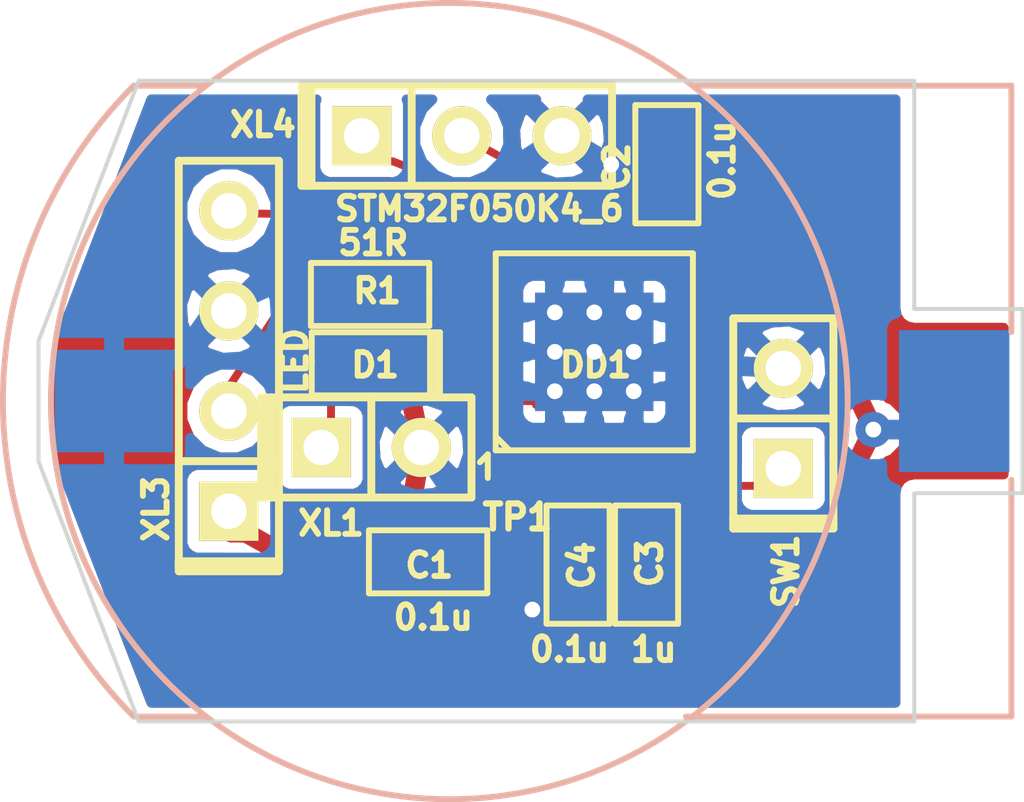
<source format=kicad_pcb>
(kicad_pcb (version 3) (host pcbnew "(2013-07-07 BZR 4022)-stable")

  (general
    (links 36)
    (no_connects 0)
    (area 102.6 50.586029 128.562805 71.333971)
    (thickness 1.6)
    (drawings 11)
    (tracks 159)
    (zones 0)
    (modules 13)
    (nets 11)
  )

  (page A3)
  (layers
    (15 F.Cu signal)
    (0 B.Cu signal)
    (16 B.Adhes user)
    (17 F.Adhes user)
    (18 B.Paste user)
    (19 F.Paste user)
    (20 B.SilkS user)
    (21 F.SilkS user)
    (22 B.Mask user)
    (23 F.Mask user)
    (24 Dwgs.User user)
    (25 Cmts.User user)
    (26 Eco1.User user)
    (27 Eco2.User user)
    (28 Edge.Cuts user)
  )

  (setup
    (last_trace_width 0.2)
    (trace_clearance 0.2)
    (zone_clearance 0.3)
    (zone_45_only no)
    (trace_min 0.2)
    (segment_width 0.2)
    (edge_width 0.1)
    (via_size 0.9)
    (via_drill 0.4)
    (via_min_size 0.9)
    (via_min_drill 0.4)
    (uvia_size 0.5)
    (uvia_drill 0.127)
    (uvias_allowed no)
    (uvia_min_size 0.5)
    (uvia_min_drill 0.127)
    (pcb_text_width 0.3)
    (pcb_text_size 1.5 1.5)
    (mod_edge_width 0.15)
    (mod_text_size 1 1)
    (mod_text_width 0.15)
    (pad_size 1.5 1.5)
    (pad_drill 0.6)
    (pad_to_mask_clearance 0.1)
    (aux_axis_origin 0 0)
    (visible_elements 7FFFFFFF)
    (pcbplotparams
      (layerselection 283148289)
      (usegerberextensions true)
      (excludeedgelayer true)
      (linewidth 0.150000)
      (plotframeref false)
      (viasonmask false)
      (mode 1)
      (useauxorigin false)
      (hpglpennumber 1)
      (hpglpenspeed 20)
      (hpglpendiameter 15)
      (hpglpenoverlay 2)
      (psnegative false)
      (psa4output false)
      (plotreference true)
      (plotvalue true)
      (plotothertext true)
      (plotinvisibletext false)
      (padsonsilk false)
      (subtractmaskfromsilk false)
      (outputformat 1)
      (mirror false)
      (drillshape 0)
      (scaleselection 1)
      (outputdirectory gerber))
  )

  (net 0 "")
  (net 1 +BATT)
  (net 2 /RX)
  (net 3 /SB_SWCLK)
  (net 4 /SB_SWDAT)
  (net 5 /TX)
  (net 6 GND)
  (net 7 N-0000012)
  (net 8 N-0000013)
  (net 9 N-000003)
  (net 10 N-0000031)

  (net_class Default "This is the default net class."
    (clearance 0.2)
    (trace_width 0.2)
    (via_dia 0.9)
    (via_drill 0.4)
    (uvia_dia 0.5)
    (uvia_drill 0.127)
    (add_net "")
    (add_net /RX)
    (add_net /SB_SWCLK)
    (add_net /SB_SWDAT)
    (add_net /TX)
    (add_net N-0000012)
    (add_net N-0000013)
    (add_net N-000003)
    (add_net N-0000031)
  )

  (net_class Wide ""
    (clearance 0.2)
    (trace_width 0.5)
    (via_dia 0.9)
    (via_drill 0.4)
    (uvia_dia 0.508)
    (uvia_drill 0.127)
    (add_net +BATT)
    (add_net GND)
  )

  (module TESTPOINT_1MM (layer F.Cu) (tedit 54837CE2) (tstamp 547B8F9D)
    (at 115.068 64.989)
    (path /547B7BDD)
    (fp_text reference TP1 (at -0.0568 -1.0826) (layer F.SilkS)
      (effects (font (size 0.635 0.635) (thickness 0.16002)))
    )
    (fp_text value TESTPOINT (at 0 -0.89916) (layer F.SilkS) hide
      (effects (font (size 0.127 0.127) (thickness 0.00254)))
    )
    (pad 1 smd circle (at 0 0) (size 1.00076 1.524)
      (layers F.Cu F.Paste F.Mask)
      (net 10 N-0000031)
    )
  )

  (module RES_0603 (layer F.Cu) (tedit 54837C29) (tstamp 547B8FA8)
    (at 111.276 58.2552 180)
    (path /547B7D5D)
    (attr smd)
    (fp_text reference R1 (at -0.1792 0.0892 180) (layer F.SilkS)
      (effects (font (size 0.6 0.6) (thickness 0.15)))
    )
    (fp_text value 51R (at -0.0776 1.3084 180) (layer F.SilkS)
      (effects (font (size 0.6 0.6) (thickness 0.15)))
    )
    (fp_line (start -1.5 0) (end -1.5 -0.8) (layer F.SilkS) (width 0.15))
    (fp_line (start -1.5 -0.8) (end 1.5 -0.8) (layer F.SilkS) (width 0.15))
    (fp_line (start 1.5 -0.8) (end 1.5 0.8) (layer F.SilkS) (width 0.15))
    (fp_line (start 1.5 0.8) (end -1.5 0.8) (layer F.SilkS) (width 0.15))
    (fp_line (start -1.5 0.8) (end -1.5 0) (layer F.SilkS) (width 0.15))
    (pad 1 smd rect (at -0.762 0 180) (size 0.889 1.016)
      (layers F.Cu F.Paste F.Mask)
      (net 8 N-0000013)
    )
    (pad 2 smd rect (at 0.762 0 180) (size 0.889 1.016)
      (layers F.Cu F.Paste F.Mask)
      (net 9 N-000003)
    )
    (model 3d\r_0603.wrl
      (at (xyz 0 0 0))
      (scale (xyz 1 1 1))
      (rotate (xyz 0 0 0))
    )
  )

  (module QFN32 (layer F.Cu) (tedit 54837C98) (tstamp 547B8FDC)
    (at 116.96 59.7104)
    (path /547B7C50)
    (fp_text reference DD1 (at 0.0324 0.3352) (layer F.SilkS)
      (effects (font (size 0.6 0.6) (thickness 0.15)))
    )
    (fp_text value STM32F050K4_6 (at -2.914 -3.6272) (layer F.SilkS)
      (effects (font (size 0.6 0.6) (thickness 0.15)))
    )
    (fp_line (start -2.9 2.8) (end -2.7 2.6) (layer F.SilkS) (width 0.15))
    (fp_line (start -2.7 2.6) (end -2.7 3.2) (layer F.SilkS) (width 0.15))
    (fp_line (start -2.49936 2.14884) (end -2.14884 2.49936) (layer F.SilkS) (width 0.15))
    (fp_line (start -2.49936 2.49936) (end 2.49936 2.49936) (layer F.SilkS) (width 0.15))
    (fp_line (start 2.49936 2.49936) (end 2.49936 -2.49936) (layer F.SilkS) (width 0.15))
    (fp_line (start 2.49936 -2.49936) (end -2.49936 -2.49936) (layer F.SilkS) (width 0.15))
    (fp_line (start -2.49936 -2.49936) (end -2.49936 2.49936) (layer F.SilkS) (width 0.15))
    (pad 1 smd rect (at -1.75 2.5) (size 0.3 1)
      (layers F.Cu F.Paste F.Mask)
      (net 1 +BATT)
    )
    (pad 2 smd oval (at -1.25 2.5) (size 0.3 1)
      (layers F.Cu F.Paste F.Mask)
    )
    (pad 3 smd oval (at -0.75 2.5) (size 0.3 1)
      (layers F.Cu F.Paste F.Mask)
    )
    (pad 4 smd oval (at -0.25 2.5) (size 0.3 1)
      (layers F.Cu F.Paste F.Mask)
      (net 10 N-0000031)
    )
    (pad 5 smd oval (at 0.25 2.5) (size 0.3 1)
      (layers F.Cu F.Paste F.Mask)
      (net 1 +BATT)
    )
    (pad 6 smd oval (at 0.75 2.5) (size 0.3 1)
      (layers F.Cu F.Paste F.Mask)
      (net 7 N-0000012)
    )
    (pad 7 smd oval (at 1.25 2.5) (size 0.3 1)
      (layers F.Cu F.Paste F.Mask)
    )
    (pad 8 smd oval (at 1.75 2.5) (size 0.3 1)
      (layers F.Cu F.Paste F.Mask)
    )
    (pad 9 smd oval (at 2.5 1.75 90) (size 0.3 1)
      (layers F.Cu F.Paste F.Mask)
    )
    (pad 10 smd oval (at 2.5 1.25 90) (size 0.3 1)
      (layers F.Cu F.Paste F.Mask)
    )
    (pad 11 smd oval (at 2.5 0.75 90) (size 0.3 1)
      (layers F.Cu F.Paste F.Mask)
    )
    (pad 12 smd oval (at 2.5 0.25 90) (size 0.3 1)
      (layers F.Cu F.Paste F.Mask)
    )
    (pad 13 smd oval (at 2.5 -0.25 90) (size 0.3 1)
      (layers F.Cu F.Paste F.Mask)
    )
    (pad 14 smd oval (at 2.5 -0.75 90) (size 0.3 1)
      (layers F.Cu F.Paste F.Mask)
    )
    (pad 15 smd oval (at 2.5 -1.25 90) (size 0.3 1)
      (layers F.Cu F.Paste F.Mask)
    )
    (pad 16 smd oval (at 2.5 -1.75 90) (size 0.3 1)
      (layers F.Cu F.Paste F.Mask)
    )
    (pad 17 smd oval (at 1.75 -2.5) (size 0.3 1)
      (layers F.Cu F.Paste F.Mask)
      (net 1 +BATT)
    )
    (pad 18 smd oval (at 1.25 -2.5) (size 0.3 1)
      (layers F.Cu F.Paste F.Mask)
    )
    (pad 19 smd oval (at 0.75 -2.5) (size 0.3 1)
      (layers F.Cu F.Paste F.Mask)
      (net 5 /TX)
    )
    (pad 20 smd oval (at 0.25 -2.5) (size 0.3 1)
      (layers F.Cu F.Paste F.Mask)
      (net 2 /RX)
    )
    (pad 21 smd oval (at -0.25 -2.5) (size 0.3 1)
      (layers F.Cu F.Paste F.Mask)
    )
    (pad 22 smd oval (at -0.75 -2.5) (size 0.3 1)
      (layers F.Cu F.Paste F.Mask)
    )
    (pad 23 smd oval (at -1.25 -2.5) (size 0.3 1)
      (layers F.Cu F.Paste F.Mask)
      (net 4 /SB_SWDAT)
    )
    (pad 24 smd oval (at -1.75 -2.5) (size 0.3 1)
      (layers F.Cu F.Paste F.Mask)
      (net 3 /SB_SWCLK)
    )
    (pad 25 smd oval (at -2.5 -1.75 90) (size 0.3 1)
      (layers F.Cu F.Paste F.Mask)
      (net 8 N-0000013)
    )
    (pad 26 smd oval (at -2.5 -1.25 90) (size 0.3 1)
      (layers F.Cu F.Paste F.Mask)
    )
    (pad 27 smd oval (at -2.5 -0.75 90) (size 0.3 1)
      (layers F.Cu F.Paste F.Mask)
    )
    (pad 28 smd oval (at -2.5 -0.25 90) (size 0.3 1)
      (layers F.Cu F.Paste F.Mask)
    )
    (pad 29 smd oval (at -2.5 0.25 90) (size 0.3 1)
      (layers F.Cu F.Paste F.Mask)
    )
    (pad 30 smd oval (at -2.5 0.75 270) (size 0.3 1)
      (layers F.Cu F.Paste F.Mask)
    )
    (pad 31 smd oval (at -2.5 1.25 90) (size 0.3 1)
      (layers F.Cu F.Paste F.Mask)
      (net 6 GND)
    )
    (pad 32 smd oval (at -2.5 1.75 90) (size 0.3 1)
      (layers F.Cu F.Paste F.Mask)
    )
    (pad PAD thru_hole rect (at 0 0) (size 1 1) (drill 0.4)
      (layers *.Cu F.Mask)
      (net 6 GND)
    )
    (pad PAD thru_hole rect (at 1 0) (size 1 1) (drill 0.4)
      (layers *.Cu F.Mask)
      (net 6 GND)
    )
    (pad PAD thru_hole rect (at -1 0) (size 1 1) (drill 0.4)
      (layers *.Cu F.Mask)
      (net 6 GND)
    )
    (pad PAD thru_hole rect (at -1 -1) (size 1 1) (drill 0.4)
      (layers *.Cu F.Mask)
      (net 6 GND)
    )
    (pad PAD thru_hole rect (at 0 -1) (size 1 1) (drill 0.4)
      (layers *.Cu F.Mask)
      (net 6 GND)
    )
    (pad PAD thru_hole rect (at 1 -1) (size 1 1) (drill 0.4)
      (layers *.Cu F.Mask)
      (net 6 GND)
    )
    (pad PAD thru_hole rect (at -1 1) (size 1 1) (drill 0.4)
      (layers *.Cu F.Mask)
      (net 6 GND)
    )
    (pad PAD thru_hole rect (at 0 1) (size 1 1) (drill 0.4)
      (layers *.Cu F.Mask)
      (net 6 GND)
    )
    (pad PAD thru_hole rect (at 1 1) (size 1 1) (drill 0.4)
      (layers *.Cu F.Mask)
      (net 6 GND)
    )
  )

  (module LED0603 (layer F.Cu) (tedit 54837CC8) (tstamp 547B8FED)
    (at 111.2964 60.0155)
    (path /547B7D9F)
    (attr smd)
    (fp_text reference D1 (at 0.108 0.0301) (layer F.SilkS)
      (effects (font (size 0.6 0.6) (thickness 0.15)))
    )
    (fp_text value LED (at -1.924 -0.0715 90) (layer F.SilkS)
      (effects (font (size 0.6 0.6) (thickness 0.15)))
    )
    (fp_line (start 1.5 -0.8) (end 1.65 -0.8) (layer F.SilkS) (width 0.15))
    (fp_line (start 1.65 -0.8) (end 1.65 0.8) (layer F.SilkS) (width 0.15))
    (fp_line (start 1.65 0.8) (end 1.5 0.8) (layer F.SilkS) (width 0.15))
    (fp_line (start 1.5 0.8) (end 1.75 0.8) (layer F.SilkS) (width 0.15))
    (fp_line (start 1.75 0.8) (end 1.75 -0.8) (layer F.SilkS) (width 0.15))
    (fp_line (start 1.75 -0.8) (end 1.65 -0.8) (layer F.SilkS) (width 0.15))
    (fp_line (start -1.5 0) (end -1.5 -0.8) (layer F.SilkS) (width 0.15))
    (fp_line (start -1.5 -0.8) (end 1.5 -0.8) (layer F.SilkS) (width 0.15))
    (fp_line (start 1.5 -0.8) (end 1.5 0.8) (layer F.SilkS) (width 0.15))
    (fp_line (start 1.5 0.8) (end -1.5 0.8) (layer F.SilkS) (width 0.15))
    (fp_line (start -1.5 0.8) (end -1.5 -0.1) (layer F.SilkS) (width 0.15))
    (pad A smd rect (at -0.762 0) (size 0.889 1.016)
      (layers F.Cu F.Paste F.Mask)
      (net 9 N-000003)
    )
    (pad C smd rect (at 0.762 0) (size 0.889 1.016)
      (layers F.Cu F.Paste F.Mask)
      (net 6 GND)
    )
    (model smd/chip_cms.wrl
      (at (xyz 0 0 0))
      (scale (xyz 0.1 0.1 0.1))
      (rotate (xyz 0 0 0))
    )
  )

  (module CONN_PLS-4 (layer F.Cu) (tedit 534570C7) (tstamp 547B8FFF)
    (at 107.696 59.944 90)
    (descr "Single-line connector 4-pin")
    (path /547B8286)
    (fp_text reference XL3 (at -3.74904 -1.84912 90) (layer F.SilkS)
      (effects (font (size 0.6 0.6) (thickness 0.15)))
    )
    (fp_text value ST_SWD (at 3.59918 -1.84912 90) (layer F.SilkS) hide
      (effects (font (size 0.635 0.635) (thickness 0.16002)))
    )
    (fp_line (start -5.08 1.27) (end -5.334 1.27) (layer F.SilkS) (width 0.2))
    (fp_line (start -5.334 1.27) (end -5.334 -1.27) (layer F.SilkS) (width 0.2))
    (fp_line (start -5.334 -1.27) (end -5.08 -1.27) (layer F.SilkS) (width 0.2))
    (fp_line (start -5.08 -1.27) (end -5.207 -1.27) (layer F.SilkS) (width 0.2))
    (fp_line (start -5.207 -1.27) (end -5.207 1.27) (layer F.SilkS) (width 0.2))
    (fp_line (start -2.54 -1.27) (end -2.54 1.27) (layer F.SilkS) (width 0.2))
    (fp_line (start -5.08 -1.27) (end 5.08 -1.27) (layer F.SilkS) (width 0.2))
    (fp_line (start 5.08 -1.27) (end 5.08 1.27) (layer F.SilkS) (width 0.2))
    (fp_line (start 5.08 1.27) (end -5.08 1.27) (layer F.SilkS) (width 0.2))
    (fp_line (start -5.08 1.27) (end -5.08 -1.27) (layer F.SilkS) (width 0.2))
    (pad 1 thru_hole rect (at -3.81 0 90) (size 1.5 1.5) (drill 0.9)
      (layers *.Cu *.Mask F.SilkS)
      (net 1 +BATT)
    )
    (pad 2 thru_hole circle (at -1.27 0 90) (size 1.5 1.5) (drill 0.9)
      (layers *.Cu *.Mask F.SilkS)
      (net 3 /SB_SWCLK)
    )
    (pad 3 thru_hole circle (at 1.27 0 90) (size 1.5 1.5) (drill 0.9)
      (layers *.Cu *.Mask F.SilkS)
      (net 6 GND)
    )
    (pad 4 thru_hole circle (at 3.81 0 90) (size 1.5 1.5) (drill 0.9)
      (layers *.Cu *.Mask F.SilkS)
      (net 4 /SB_SWDAT)
    )
  )

  (module CONN_PLS-3 (layer F.Cu) (tedit 54837D5E) (tstamp 547B9010)
    (at 113.6 54.2284)
    (descr "Single-line connector 3-pin")
    (path /547B7BE4)
    (fp_text reference XL4 (at -5.0404 -0.2788) (layer F.SilkS)
      (effects (font (size 0.6 0.6) (thickness 0.15)))
    )
    (fp_text value CONN_3 (at 2.54 -1.778) (layer F.SilkS) hide
      (effects (font (size 0.635 0.635) (thickness 0.16002)))
    )
    (fp_line (start -3.937 1.27) (end -3.81 1.27) (layer F.SilkS) (width 0.2))
    (fp_line (start -3.81 -1.27) (end -4.064 -1.27) (layer F.SilkS) (width 0.2))
    (fp_line (start -4.064 -1.27) (end -4.064 1.27) (layer F.SilkS) (width 0.2))
    (fp_line (start -4.064 1.27) (end -3.937 1.27) (layer F.SilkS) (width 0.2))
    (fp_line (start -3.937 1.27) (end -3.937 -1.143) (layer F.SilkS) (width 0.2))
    (fp_line (start 3.81 1.27) (end -3.81 1.27) (layer F.SilkS) (width 0.2))
    (fp_line (start -3.81 -1.27) (end 3.81 -1.27) (layer F.SilkS) (width 0.2))
    (fp_line (start -1.27 -1.27) (end -1.27 1.27) (layer F.SilkS) (width 0.2))
    (fp_line (start 3.81 -1.27) (end 3.81 1.27) (layer F.SilkS) (width 0.2))
    (fp_line (start -3.81 1.27) (end -3.81 -1.27) (layer F.SilkS) (width 0.2))
    (pad 1 thru_hole rect (at -2.54 0) (size 1.5 1.5) (drill 0.9)
      (layers *.Cu *.Mask F.SilkS)
      (net 2 /RX)
    )
    (pad 2 thru_hole circle (at 0 0) (size 1.5 1.5) (drill 0.9)
      (layers *.Cu *.Mask F.SilkS)
      (net 5 /TX)
    )
    (pad 3 thru_hole circle (at 2.54 0) (size 1.5 1.5) (drill 0.9)
      (layers *.Cu *.Mask F.SilkS)
      (net 6 GND)
    )
  )

  (module CONN_PLS-2 (layer F.Cu) (tedit 54837D10) (tstamp 54837D89)
    (at 121.752 61.4001 90)
    (descr "Single-line connector 2-pin")
    (path /547B8B6C)
    (fp_text reference SW1 (at -3.8779 0.0664 90) (layer F.SilkS)
      (effects (font (size 0.6 0.6) (thickness 0.15)))
    )
    (fp_text value BUTTON (at -4.7923 1.1332 90) (layer F.SilkS) hide
      (effects (font (size 0.635 0.635) (thickness 0.16002)))
    )
    (fp_line (start 2.54 1.27) (end -2.54 1.27) (layer F.SilkS) (width 0.2))
    (fp_line (start 2.54 -1.27) (end -2.54 -1.27) (layer F.SilkS) (width 0.2))
    (fp_line (start -2.667 1.27) (end -2.54 1.27) (layer F.SilkS) (width 0.2))
    (fp_line (start -2.54 -1.27) (end -2.794 -1.27) (layer F.SilkS) (width 0.2))
    (fp_line (start -2.794 -1.27) (end -2.794 1.27) (layer F.SilkS) (width 0.2))
    (fp_line (start -2.794 1.27) (end -2.667 1.27) (layer F.SilkS) (width 0.2))
    (fp_line (start -2.667 1.27) (end -2.667 -1.143) (layer F.SilkS) (width 0.2))
    (fp_line (start 0 -1.27) (end 0 1.27) (layer F.SilkS) (width 0.2))
    (fp_line (start 2.54 -1.27) (end 2.54 1.27) (layer F.SilkS) (width 0.2))
    (fp_line (start -2.54 1.27) (end -2.54 -1.27) (layer F.SilkS) (width 0.2))
    (pad 1 thru_hole rect (at -1.27 0 90) (size 1.5 1.5) (drill 0.9)
      (layers *.Cu *.Mask F.SilkS)
      (net 7 N-0000012)
    )
    (pad 2 thru_hole circle (at 1.27 0 90) (size 1.5 1.5) (drill 0.9)
      (layers *.Cu *.Mask F.SilkS)
      (net 6 GND)
    )
  )

  (module CAP_0603 (layer F.Cu) (tedit 54837CEF) (tstamp 547B902B)
    (at 116.548 65.1084 270)
    (path /547B7C62)
    (attr smd)
    (fp_text reference C4 (at 0.0172 -0.0888 270) (layer F.SilkS)
      (effects (font (size 0.6 0.6) (thickness 0.15)))
    )
    (fp_text value 0.1u (at 2.1508 0.216 360) (layer F.SilkS)
      (effects (font (size 0.6 0.6) (thickness 0.15)))
    )
    (fp_line (start -1.5 0) (end -1.5 -0.8) (layer F.SilkS) (width 0.15))
    (fp_line (start -1.5 -0.8) (end 1.5 -0.8) (layer F.SilkS) (width 0.15))
    (fp_line (start 1.5 -0.8) (end 1.5 0.8) (layer F.SilkS) (width 0.15))
    (fp_line (start 1.5 0.8) (end -1.5 0.8) (layer F.SilkS) (width 0.15))
    (fp_line (start -1.5 0.8) (end -1.5 0) (layer F.SilkS) (width 0.15))
    (pad 1 smd rect (at -0.762 0 270) (size 0.889 1.016)
      (layers F.Cu F.Paste F.Mask)
      (net 1 +BATT)
    )
    (pad 2 smd rect (at 0.762 0 270) (size 0.889 1.016)
      (layers F.Cu F.Paste F.Mask)
      (net 6 GND)
    )
    (model 3d\c_0603.wrl
      (at (xyz 0 0 0))
      (scale (xyz 1 1 1))
      (rotate (xyz 0 0 0))
    )
  )

  (module CAP_0603 (layer F.Cu) (tedit 518CEBE1) (tstamp 547B9036)
    (at 118.8 54.9524 90)
    (path /547B7C68)
    (attr smd)
    (fp_text reference C2 (at -0.0635 -1.27 90) (layer F.SilkS)
      (effects (font (size 0.6 0.6) (thickness 0.15)))
    )
    (fp_text value 0.1u (at 0.09906 1.39954 90) (layer F.SilkS)
      (effects (font (size 0.6 0.6) (thickness 0.15)))
    )
    (fp_line (start -1.5 0) (end -1.5 -0.8) (layer F.SilkS) (width 0.15))
    (fp_line (start -1.5 -0.8) (end 1.5 -0.8) (layer F.SilkS) (width 0.15))
    (fp_line (start 1.5 -0.8) (end 1.5 0.8) (layer F.SilkS) (width 0.15))
    (fp_line (start 1.5 0.8) (end -1.5 0.8) (layer F.SilkS) (width 0.15))
    (fp_line (start -1.5 0.8) (end -1.5 0) (layer F.SilkS) (width 0.15))
    (pad 1 smd rect (at -0.762 0 90) (size 0.889 1.016)
      (layers F.Cu F.Paste F.Mask)
      (net 1 +BATT)
    )
    (pad 2 smd rect (at 0.762 0 90) (size 0.889 1.016)
      (layers F.Cu F.Paste F.Mask)
      (net 6 GND)
    )
    (model 3d\c_0603.wrl
      (at (xyz 0 0 0))
      (scale (xyz 1 1 1))
      (rotate (xyz 0 0 0))
    )
  )

  (module CAP_0603 (layer F.Cu) (tedit 54837C45) (tstamp 547B9041)
    (at 112.7469 65.037 180)
    (path /547B7C6E)
    (attr smd)
    (fp_text reference C1 (at -0.0291 -0.0886 180) (layer F.SilkS)
      (effects (font (size 0.6 0.6) (thickness 0.15)))
    )
    (fp_text value 0.1u (at -0.1307 -1.4094 180) (layer F.SilkS)
      (effects (font (size 0.6 0.6) (thickness 0.15)))
    )
    (fp_line (start -1.5 0) (end -1.5 -0.8) (layer F.SilkS) (width 0.15))
    (fp_line (start -1.5 -0.8) (end 1.5 -0.8) (layer F.SilkS) (width 0.15))
    (fp_line (start 1.5 -0.8) (end 1.5 0.8) (layer F.SilkS) (width 0.15))
    (fp_line (start 1.5 0.8) (end -1.5 0.8) (layer F.SilkS) (width 0.15))
    (fp_line (start -1.5 0.8) (end -1.5 0) (layer F.SilkS) (width 0.15))
    (pad 1 smd rect (at -0.762 0 180) (size 0.889 1.016)
      (layers F.Cu F.Paste F.Mask)
      (net 1 +BATT)
    )
    (pad 2 smd rect (at 0.762 0 180) (size 0.889 1.016)
      (layers F.Cu F.Paste F.Mask)
      (net 6 GND)
    )
    (model 3d\c_0603.wrl
      (at (xyz 0 0 0))
      (scale (xyz 1 1 1))
      (rotate (xyz 0 0 0))
    )
  )

  (module CAP_0603 (layer F.Cu) (tedit 54837CF5) (tstamp 547B904C)
    (at 118.284 65.1082 270)
    (path /547B7C9E)
    (attr smd)
    (fp_text reference C3 (at -0.0334 -0.08 270) (layer F.SilkS)
      (effects (font (size 0.6 0.6) (thickness 0.15)))
    )
    (fp_text value 1u (at 2.151 -0.1816 360) (layer F.SilkS)
      (effects (font (size 0.6 0.6) (thickness 0.15)))
    )
    (fp_line (start -1.5 0) (end -1.5 -0.8) (layer F.SilkS) (width 0.15))
    (fp_line (start -1.5 -0.8) (end 1.5 -0.8) (layer F.SilkS) (width 0.15))
    (fp_line (start 1.5 -0.8) (end 1.5 0.8) (layer F.SilkS) (width 0.15))
    (fp_line (start 1.5 0.8) (end -1.5 0.8) (layer F.SilkS) (width 0.15))
    (fp_line (start -1.5 0.8) (end -1.5 0) (layer F.SilkS) (width 0.15))
    (pad 1 smd rect (at -0.762 0 270) (size 0.889 1.016)
      (layers F.Cu F.Paste F.Mask)
      (net 1 +BATT)
    )
    (pad 2 smd rect (at 0.762 0 270) (size 0.889 1.016)
      (layers F.Cu F.Paste F.Mask)
      (net 6 GND)
    )
    (model 3d\c_0603.wrl
      (at (xyz 0 0 0))
      (scale (xyz 1 1 1))
      (rotate (xyz 0 0 0))
    )
  )

  (module BAT_CH7410   locked (layer B.Cu) (tedit 4EBE1055) (tstamp 547B9058)
    (at 113.284 60.96)
    (path /547B8A13)
    (fp_text reference B1 (at 0 5.00126) (layer B.SilkS) hide
      (effects (font (size 1.524 1.524) (thickness 0.3048)) (justify mirror))
    )
    (fp_text value BAT (at 0.24892 -2.75082) (layer B.SilkS) hide
      (effects (font (size 1.524 1.524) (thickness 0.3048)) (justify mirror))
    )
    (fp_line (start -8.001 -8.001) (end -6.20014 -8.001) (layer B.SilkS) (width 0.14986))
    (fp_line (start -8.001 8.001) (end -6.20014 8.001) (layer B.SilkS) (width 0.14986))
    (fp_arc (start 0 0) (end -8.001 -8.001) (angle -90) (layer B.SilkS) (width 0.14986))
    (fp_line (start 14.2494 -1.75006) (end 14.2494 -8.001) (layer B.SilkS) (width 0.14986))
    (fp_line (start 14.2494 -8.001) (end 6.25094 -8.001) (layer B.SilkS) (width 0.14986))
    (fp_line (start 14.2494 1.99898) (end 14.2494 8.001) (layer B.SilkS) (width 0.14986))
    (fp_line (start 14.2494 8.001) (end 5.99948 8.001) (layer B.SilkS) (width 0.14986))
    (fp_circle (center 0 0) (end -10.09904 0) (layer B.SilkS) (width 0.14986))
    (pad C smd rect (at -8.49884 0) (size 2.99974 2.60096)
      (layers B.Cu B.Paste B.Mask)
      (net 6 GND)
    )
    (pad A smd rect (at 12.79906 0) (size 2.79908 3.59918)
      (layers B.Cu B.Paste B.Mask)
      (net 1 +BATT)
    )
  )

  (module CONN_PLS-2 (layer F.Cu) (tedit 54837CD7) (tstamp 548372A6)
    (at 111.3064 62.1364)
    (descr "Single-line connector 2-pin")
    (path /548370CD)
    (fp_text reference XL1 (at -1.0196 1.9224) (layer F.SilkS)
      (effects (font (size 0.6 0.6) (thickness 0.15)))
    )
    (fp_text value CONN_2 (at 0.0472 0.3476) (layer F.SilkS) hide
      (effects (font (size 0.635 0.635) (thickness 0.16002)))
    )
    (fp_line (start 2.54 1.27) (end -2.54 1.27) (layer F.SilkS) (width 0.2))
    (fp_line (start 2.54 -1.27) (end -2.54 -1.27) (layer F.SilkS) (width 0.2))
    (fp_line (start -2.667 1.27) (end -2.54 1.27) (layer F.SilkS) (width 0.2))
    (fp_line (start -2.54 -1.27) (end -2.794 -1.27) (layer F.SilkS) (width 0.2))
    (fp_line (start -2.794 -1.27) (end -2.794 1.27) (layer F.SilkS) (width 0.2))
    (fp_line (start -2.794 1.27) (end -2.667 1.27) (layer F.SilkS) (width 0.2))
    (fp_line (start -2.667 1.27) (end -2.667 -1.143) (layer F.SilkS) (width 0.2))
    (fp_line (start 0 -1.27) (end 0 1.27) (layer F.SilkS) (width 0.2))
    (fp_line (start 2.54 -1.27) (end 2.54 1.27) (layer F.SilkS) (width 0.2))
    (fp_line (start -2.54 1.27) (end -2.54 -1.27) (layer F.SilkS) (width 0.2))
    (pad 1 thru_hole rect (at -1.27 0) (size 1.5 1.5) (drill 0.9)
      (layers *.Cu *.Mask F.SilkS)
      (net 9 N-000003)
    )
    (pad 2 thru_hole circle (at 1.27 0) (size 1.5 1.5) (drill 0.9)
      (layers *.Cu *.Mask F.SilkS)
      (net 6 GND)
    )
  )

  (gr_line (start 125.0696 63.2968) (end 125.0696 69.088) (angle 90) (layer Edge.Cuts) (width 0.1))
  (gr_line (start 127.8128 63.2968) (end 125.0696 63.2968) (angle 90) (layer Edge.Cuts) (width 0.1))
  (gr_line (start 127.8128 63.246) (end 127.8128 63.2968) (angle 90) (layer Edge.Cuts) (width 0.1))
  (gr_line (start 125.0696 69.088) (end 105.41 69.088) (angle 90) (layer Edge.Cuts) (width 0.1))
  (gr_line (start 127.8128 58.6232) (end 127.8128 63.246) (angle 90) (layer Edge.Cuts) (width 0.1))
  (gr_line (start 125.0696 58.6232) (end 127.8128 58.6232) (angle 90) (layer Edge.Cuts) (width 0.1))
  (gr_line (start 125.0696 52.832) (end 125.0696 58.6232) (angle 90) (layer Edge.Cuts) (width 0.1))
  (gr_line (start 105.41 52.832) (end 125.0696 52.832) (angle 90) (layer Edge.Cuts) (width 0.1))
  (gr_line (start 102.87 62.484) (end 105.41 69.088) (angle 90) (layer Edge.Cuts) (width 0.1))
  (gr_line (start 102.87 59.436) (end 102.87 62.484) (angle 90) (layer Edge.Cuts) (width 0.1))
  (gr_line (start 102.87 59.436) (end 105.41 52.832) (angle 90) (layer Edge.Cuts) (width 0.1))

  (via (at 124.0335 61.6828) (size 0.9) (layers F.Cu B.Cu) (net 1))
  (segment (start 124.6836 61.6828) (end 124.0335 61.6828) (width 0.5) (layer B.Cu) (net 1))
  (segment (start 124.9336 61.6828) (end 124.6836 61.6828) (width 0.5) (layer B.Cu) (net 1))
  (segment (start 126.0831 60.96) (end 124.9336 61.6828) (width 0.5) (layer B.Cu) (net 1))
  (segment (start 113.7034 64.4254) (end 114.8255 63.1163) (width 0.5) (layer F.Cu) (net 1))
  (segment (start 113.7034 64.529) (end 113.7034 64.4254) (width 0.5) (layer F.Cu) (net 1))
  (segment (start 113.7034 64.779) (end 113.7034 64.529) (width 0.5) (layer F.Cu) (net 1))
  (segment (start 113.5089 65.037) (end 113.7034 64.779) (width 0.5) (layer F.Cu) (net 1))
  (segment (start 112.6573 66.0951) (end 113.225 65.9951) (width 0.5) (layer F.Cu) (net 1))
  (segment (start 112.2015 66.0951) (end 112.6573 66.0951) (width 0.5) (layer F.Cu) (net 1))
  (segment (start 111.3125 66.0951) (end 112.2015 66.0951) (width 0.5) (layer F.Cu) (net 1))
  (segment (start 108.1239 64.2965) (end 111.3125 66.0951) (width 0.5) (layer F.Cu) (net 1))
  (segment (start 108.0203 64.2965) (end 108.1239 64.2965) (width 0.5) (layer F.Cu) (net 1))
  (segment (start 107.7703 64.2965) (end 108.0203 64.2965) (width 0.5) (layer F.Cu) (net 1))
  (segment (start 107.2703 63.7965) (end 107.7703 64.2965) (width 0.5) (layer F.Cu) (net 1))
  (segment (start 113.3144 65.295) (end 113.5089 65.037) (width 0.5) (layer F.Cu) (net 1))
  (segment (start 113.3144 65.545) (end 113.3144 65.295) (width 0.5) (layer F.Cu) (net 1))
  (segment (start 113.3144 65.6486) (end 113.3144 65.545) (width 0.5) (layer F.Cu) (net 1))
  (segment (start 113.225 65.9951) (end 113.3144 65.6486) (width 0.5) (layer F.Cu) (net 1))
  (segment (start 115.16 62.7518) (end 114.8255 63.1163) (width 0.2) (layer F.Cu) (net 1))
  (segment (start 115.16 62.7104) (end 115.16 62.7518) (width 0.2) (layer F.Cu) (net 1))
  (segment (start 115.16 62.6104) (end 115.16 62.7104) (width 0.2) (layer F.Cu) (net 1))
  (segment (start 115.21 62.2104) (end 115.16 62.6104) (width 0.2) (layer F.Cu) (net 1))
  (segment (start 119.058 55.9089) (end 118.8 55.7144) (width 0.5) (layer F.Cu) (net 1))
  (segment (start 119.308 55.9089) (end 119.058 55.9089) (width 0.5) (layer F.Cu) (net 1))
  (segment (start 119.4116 55.9089) (end 119.308 55.9089) (width 0.5) (layer F.Cu) (net 1))
  (segment (start 119.558 56.0553) (end 119.4116 55.9089) (width 0.5) (layer F.Cu) (net 1))
  (segment (start 123.046 59.5855) (end 119.558 56.0553) (width 0.5) (layer F.Cu) (net 1))
  (segment (start 124.0335 61.6828) (end 123.046 59.5855) (width 0.5) (layer F.Cu) (net 1))
  (segment (start 122.7299 63.9702) (end 119.5357 65.1441) (width 0.5) (layer F.Cu) (net 1))
  (segment (start 123.0521 63.648) (end 122.7299 63.9702) (width 0.5) (layer F.Cu) (net 1))
  (segment (start 124.0335 61.6828) (end 123.0521 63.648) (width 0.5) (layer F.Cu) (net 1))
  (segment (start 118.71 56.8604) (end 118.71 57.2104) (width 0.2) (layer F.Cu) (net 1))
  (segment (start 118.71 56.1589) (end 118.71 56.8604) (width 0.2) (layer F.Cu) (net 1))
  (segment (start 118.71 56.0589) (end 118.71 56.1589) (width 0.2) (layer F.Cu) (net 1))
  (segment (start 118.8 55.7144) (end 118.71 56.0589) (width 0.2) (layer F.Cu) (net 1))
  (segment (start 114.9744 67.249) (end 113.225 65.9951) (width 0.5) (layer F.Cu) (net 1))
  (segment (start 115.803 67.249) (end 114.9744 67.249) (width 0.5) (layer F.Cu) (net 1))
  (segment (start 119.0199 66.8648) (end 115.803 67.249) (width 0.5) (layer F.Cu) (net 1))
  (segment (start 119.3421 66.5426) (end 119.0199 66.8648) (width 0.5) (layer F.Cu) (net 1))
  (segment (start 119.5357 65.1441) (end 119.3421 66.5426) (width 0.5) (layer F.Cu) (net 1))
  (segment (start 118.542 64.5407) (end 118.284 64.3462) (width 0.5) (layer F.Cu) (net 1))
  (segment (start 118.792 64.5407) (end 118.542 64.5407) (width 0.5) (layer F.Cu) (net 1))
  (segment (start 118.8956 64.5407) (end 118.792 64.5407) (width 0.5) (layer F.Cu) (net 1))
  (segment (start 119.5357 65.1441) (end 118.8956 64.5407) (width 0.5) (layer F.Cu) (net 1))
  (segment (start 116.806 64.3463) (end 116.548 64.3464) (width 0.5) (layer F.Cu) (net 1))
  (segment (start 117.056 64.3463) (end 116.806 64.3463) (width 0.5) (layer F.Cu) (net 1))
  (segment (start 117.776 64.3463) (end 117.056 64.3463) (width 0.5) (layer F.Cu) (net 1))
  (segment (start 118.026 64.3463) (end 117.776 64.3463) (width 0.5) (layer F.Cu) (net 1))
  (segment (start 118.284 64.3462) (end 118.026 64.3463) (width 0.5) (layer F.Cu) (net 1))
  (segment (start 116.806 63.7983) (end 117.021 63.4512) (width 0.5) (layer F.Cu) (net 1))
  (segment (start 116.806 63.9019) (end 116.806 63.7983) (width 0.5) (layer F.Cu) (net 1))
  (segment (start 116.806 64.1519) (end 116.806 63.9019) (width 0.5) (layer F.Cu) (net 1))
  (segment (start 116.548 64.3464) (end 116.806 64.1519) (width 0.5) (layer F.Cu) (net 1))
  (segment (start 117.21 62.9746) (end 117.021 63.4512) (width 0.2) (layer F.Cu) (net 1))
  (segment (start 117.21 62.5604) (end 117.21 62.9746) (width 0.2) (layer F.Cu) (net 1))
  (segment (start 117.21 62.2104) (end 117.21 62.5604) (width 0.2) (layer F.Cu) (net 1))
  (segment (start 115.0689 62.8511) (end 114.9683 63.1625) (width 0.2) (layer F.Cu) (net 1))
  (segment (start 115.0689 62.8511) (end 114.7673 62.9781) (width 0.2) (layer F.Cu) (net 1))
  (segment (start 117.1537 63.1166) (end 117.1707 63.4434) (width 0.2) (layer F.Cu) (net 1))
  (segment (start 117.1537 63.1166) (end 116.9173 63.3428) (width 0.2) (layer F.Cu) (net 1))
  (segment (start 111.71 54.8784) (end 111.06 54.2284) (width 0.2) (layer F.Cu) (net 2))
  (segment (start 111.81 54.8784) (end 111.71 54.8784) (width 0.2) (layer F.Cu) (net 2))
  (segment (start 111.8514 54.8784) (end 111.81 54.8784) (width 0.2) (layer F.Cu) (net 2))
  (segment (start 113.1236 55.3785) (end 111.8514 54.8784) (width 0.2) (layer F.Cu) (net 2))
  (segment (start 115.5473 55.8444) (end 113.1236 55.3785) (width 0.2) (layer F.Cu) (net 2))
  (segment (start 115.6308 55.8444) (end 115.5473 55.8444) (width 0.2) (layer F.Cu) (net 2))
  (segment (start 116.9171 56.3604) (end 115.6308 55.8444) (width 0.2) (layer F.Cu) (net 2))
  (segment (start 117.21 56.6533) (end 116.9171 56.3604) (width 0.2) (layer F.Cu) (net 2))
  (segment (start 117.21 56.8604) (end 117.21 56.6533) (width 0.2) (layer F.Cu) (net 2))
  (segment (start 117.21 57.2104) (end 117.21 56.8604) (width 0.2) (layer F.Cu) (net 2))
  (segment (start 115.21 57.3471) (end 115.21 57.2104) (width 0.2) (layer F.Cu) (net 3))
  (segment (start 109.9038 57.3471) (end 115.21 57.3471) (width 0.2) (layer F.Cu) (net 3))
  (segment (start 109.6694 57.5815) (end 109.9038 57.3471) (width 0.2) (layer F.Cu) (net 3))
  (segment (start 107.2703 61.2565) (end 109.6694 57.5815) (width 0.2) (layer F.Cu) (net 3))
  (segment (start 115.71 56.8604) (end 115.71 57.2104) (width 0.2) (layer F.Cu) (net 4))
  (segment (start 115.71 56.6533) (end 115.71 56.8604) (width 0.2) (layer F.Cu) (net 4))
  (segment (start 115.4171 56.3604) (end 115.71 56.6533) (width 0.2) (layer F.Cu) (net 4))
  (segment (start 107.2703 56.1765) (end 115.4171 56.3604) (width 0.2) (layer F.Cu) (net 4))
  (segment (start 115.6707 55.3614) (end 113.6 54.2284) (width 0.2) (layer F.Cu) (net 5))
  (segment (start 115.7794 55.3614) (end 115.6707 55.3614) (width 0.2) (layer F.Cu) (net 5))
  (segment (start 117.1242 55.8604) (end 115.7794 55.3614) (width 0.2) (layer F.Cu) (net 5))
  (segment (start 117.71 56.4462) (end 117.1242 55.8604) (width 0.2) (layer F.Cu) (net 5))
  (segment (start 117.71 56.8604) (end 117.71 56.4462) (width 0.2) (layer F.Cu) (net 5))
  (segment (start 117.71 57.2104) (end 117.71 56.8604) (width 0.2) (layer F.Cu) (net 5))
  (via (at 117.3885 54.9601) (size 0.9) (layers F.Cu B.Cu) (net 6))
  (via (at 115.3887 66.2489) (size 0.9) (layers F.Cu B.Cu) (net 6))
  (segment (start 112.5764 62.1364) (end 115.3887 66.2489) (width 0.5) (layer B.Cu) (net 6))
  (segment (start 114.1446 55.5224) (end 116.14 54.2284) (width 0.5) (layer B.Cu) (net 6))
  (segment (start 107.2703 58.7165) (end 114.1446 55.5224) (width 0.5) (layer B.Cu) (net 6))
  (segment (start 106.5351 59.7631) (end 107.2703 58.7165) (width 0.5) (layer B.Cu) (net 6))
  (segment (start 106.3887 59.9095) (end 106.5351 59.7631) (width 0.5) (layer B.Cu) (net 6))
  (segment (start 106.2851 59.9095) (end 106.3887 59.9095) (width 0.5) (layer B.Cu) (net 6))
  (segment (start 106.0351 59.9095) (end 106.2851 59.9095) (width 0.5) (layer B.Cu) (net 6))
  (segment (start 104.7852 60.96) (end 106.0351 59.9095) (width 0.5) (layer B.Cu) (net 6))
  (segment (start 116.14 54.2284) (end 117.3885 54.9601) (width 0.5) (layer B.Cu) (net 6))
  (segment (start 117.21 58.4604) (end 116.96 58.7104) (width 0.5) (layer B.Cu) (net 6))
  (segment (start 117.21 58.2104) (end 117.21 58.4604) (width 0.5) (layer B.Cu) (net 6))
  (segment (start 117.21 58.1068) (end 117.21 58.2104) (width 0.5) (layer B.Cu) (net 6))
  (segment (start 117.3885 54.9601) (end 117.21 58.1068) (width 0.5) (layer B.Cu) (net 6))
  (segment (start 118.5636 59.9604) (end 121.752 60.1301) (width 0.5) (layer B.Cu) (net 6))
  (segment (start 118.46 59.9604) (end 118.5636 59.9604) (width 0.5) (layer B.Cu) (net 6))
  (segment (start 118.21 59.9604) (end 118.46 59.9604) (width 0.5) (layer B.Cu) (net 6))
  (segment (start 117.96 59.7104) (end 118.21 59.9604) (width 0.5) (layer B.Cu) (net 6))
  (segment (start 112.2529 60.2735) (end 112.0584 60.0155) (width 0.5) (layer F.Cu) (net 6))
  (segment (start 112.2529 60.5235) (end 112.2529 60.2735) (width 0.5) (layer F.Cu) (net 6))
  (segment (start 112.2529 60.6271) (end 112.2529 60.5235) (width 0.5) (layer F.Cu) (net 6))
  (segment (start 112.5764 62.1364) (end 112.2529 60.6271) (width 0.5) (layer F.Cu) (net 6))
  (segment (start 112.1794 64.4254) (end 112.5764 62.1364) (width 0.5) (layer F.Cu) (net 6))
  (segment (start 112.1794 64.529) (end 112.1794 64.4254) (width 0.5) (layer F.Cu) (net 6))
  (segment (start 112.1794 64.779) (end 112.1794 64.529) (width 0.5) (layer F.Cu) (net 6))
  (segment (start 111.9849 65.037) (end 112.1794 64.779) (width 0.5) (layer F.Cu) (net 6))
  (segment (start 118.542 54.3849) (end 118.8 54.1904) (width 0.5) (layer F.Cu) (net 6))
  (segment (start 118.292 54.3849) (end 118.542 54.3849) (width 0.5) (layer F.Cu) (net 6))
  (segment (start 118.1884 54.3849) (end 118.292 54.3849) (width 0.5) (layer F.Cu) (net 6))
  (segment (start 117.3885 54.9601) (end 118.1884 54.3849) (width 0.5) (layer F.Cu) (net 6))
  (segment (start 118.026 65.8703) (end 118.284 65.8702) (width 0.5) (layer F.Cu) (net 6))
  (segment (start 117.776 65.8703) (end 118.026 65.8703) (width 0.5) (layer F.Cu) (net 6))
  (segment (start 117.056 65.8703) (end 117.776 65.8703) (width 0.5) (layer F.Cu) (net 6))
  (segment (start 116.806 65.8703) (end 117.056 65.8703) (width 0.5) (layer F.Cu) (net 6))
  (segment (start 116.548 65.8704) (end 116.806 65.8703) (width 0.5) (layer F.Cu) (net 6))
  (segment (start 116.29 66.0649) (end 116.548 65.8704) (width 0.5) (layer F.Cu) (net 6))
  (segment (start 116.04 66.0649) (end 116.29 66.0649) (width 0.5) (layer F.Cu) (net 6))
  (segment (start 115.9364 66.0649) (end 116.04 66.0649) (width 0.5) (layer F.Cu) (net 6))
  (segment (start 115.3887 66.2489) (end 115.9364 66.0649) (width 0.5) (layer F.Cu) (net 6))
  (segment (start 113.9029 60.9604) (end 112.5764 62.1364) (width 0.2) (layer F.Cu) (net 6))
  (segment (start 114.11 60.9604) (end 113.9029 60.9604) (width 0.2) (layer F.Cu) (net 6))
  (segment (start 114.46 60.9604) (end 114.11 60.9604) (width 0.2) (layer F.Cu) (net 6))
  (segment (start 115.4843 61.0574) (end 115.96 60.7104) (width 0.2) (layer F.Cu) (net 6))
  (segment (start 115.46 60.9604) (end 115.4843 61.0574) (width 0.2) (layer F.Cu) (net 6))
  (segment (start 114.81 60.9604) (end 115.46 60.9604) (width 0.2) (layer F.Cu) (net 6))
  (segment (start 114.46 60.9604) (end 114.81 60.9604) (width 0.2) (layer F.Cu) (net 6))
  (segment (start 121.102 63.1105) (end 121.752 62.6701) (width 0.2) (layer F.Cu) (net 7))
  (segment (start 121.002 63.1105) (end 121.102 63.1105) (width 0.2) (layer F.Cu) (net 7))
  (segment (start 118.4821 63.1105) (end 121.002 63.1105) (width 0.2) (layer F.Cu) (net 7))
  (segment (start 118.0029 63.0604) (end 118.4821 63.1105) (width 0.2) (layer F.Cu) (net 7))
  (segment (start 117.71 62.7675) (end 118.0029 63.0604) (width 0.2) (layer F.Cu) (net 7))
  (segment (start 117.71 62.5604) (end 117.71 62.7675) (width 0.2) (layer F.Cu) (net 7))
  (segment (start 117.71 62.2104) (end 117.71 62.5604) (width 0.2) (layer F.Cu) (net 7))
  (segment (start 114.11 57.9604) (end 114.46 57.9604) (width 0.2) (layer F.Cu) (net 8))
  (segment (start 112.4825 57.9604) (end 114.11 57.9604) (width 0.2) (layer F.Cu) (net 8))
  (segment (start 112.3825 57.9604) (end 112.4825 57.9604) (width 0.2) (layer F.Cu) (net 8))
  (segment (start 112.038 58.2552) (end 112.3825 57.9604) (width 0.2) (layer F.Cu) (net 8))
  (segment (start 110.2854 60.4235) (end 110.5344 60.0155) (width 0.2) (layer F.Cu) (net 9))
  (segment (start 110.2854 60.5235) (end 110.2854 60.4235) (width 0.2) (layer F.Cu) (net 9))
  (segment (start 110.2854 61.3864) (end 110.2854 60.5235) (width 0.2) (layer F.Cu) (net 9))
  (segment (start 110.2854 61.4864) (end 110.2854 61.3864) (width 0.2) (layer F.Cu) (net 9))
  (segment (start 110.0364 62.1364) (end 110.2854 61.4864) (width 0.2) (layer F.Cu) (net 9))
  (segment (start 110.5242 59.6075) (end 110.5344 60.0155) (width 0.2) (layer F.Cu) (net 9))
  (segment (start 110.5242 59.5075) (end 110.5242 59.6075) (width 0.2) (layer F.Cu) (net 9))
  (segment (start 110.5242 58.7632) (end 110.5242 59.5075) (width 0.2) (layer F.Cu) (net 9))
  (segment (start 110.5242 58.6632) (end 110.5242 58.7632) (width 0.2) (layer F.Cu) (net 9))
  (segment (start 110.514 58.2552) (end 110.5242 58.6632) (width 0.2) (layer F.Cu) (net 9))
  (segment (start 116.71 62.5604) (end 116.71 62.2104) (width 0.2) (layer F.Cu) (net 10))
  (segment (start 116.6922 62.7601) (end 116.71 62.5604) (width 0.2) (layer F.Cu) (net 10))
  (segment (start 116.4097 63.0426) (end 116.6922 62.7601) (width 0.2) (layer F.Cu) (net 10))
  (segment (start 115.8743 63.5018) (end 116.4097 63.0426) (width 0.2) (layer F.Cu) (net 10))
  (segment (start 115.6399 63.7362) (end 115.8743 63.5018) (width 0.2) (layer F.Cu) (net 10))
  (segment (start 115.068 64.989) (end 115.6399 63.7362) (width 0.2) (layer F.Cu) (net 10))

  (zone (net 6) (net_name GND) (layer F.Cu) (tstamp 548F31BE) (hatch edge 0.508)
    (connect_pads (clearance 0.3))
    (min_thickness 0.254)
    (fill (arc_segments 16) (thermal_gap 0.3) (thermal_bridge_width 0.5))
    (polygon
      (pts
        (xy 125.0696 52.832) (xy 125.0696 58.6232) (xy 127.8128 58.6232) (xy 127.8128 63.2968) (xy 125.0696 63.2968)
        (xy 125.0696 69.088) (xy 105.41 69.088) (xy 102.87 62.484) (xy 102.87 59.4868) (xy 105.41 52.832)
      )
    )
    (filled_polygon
      (pts
        (xy 114.632926 62.462916) (xy 114.563079 62.492278) (xy 114.543008 62.505841) (xy 114.519164 62.512521) (xy 114.433194 62.580051)
        (xy 114.392709 62.60741) (xy 114.386608 62.616644) (xy 114.311435 62.675694) (xy 113.257603 63.90522) (xy 113.257603 62.991552)
        (xy 112.5764 62.310348) (xy 112.402452 62.484296) (xy 112.402452 62.1364) (xy 111.721248 61.455197) (xy 111.538349 61.534248)
        (xy 111.386933 61.977329) (xy 111.416601 62.444627) (xy 111.538349 62.738552) (xy 111.721248 62.817603) (xy 112.402452 62.1364)
        (xy 112.402452 62.484296) (xy 111.895197 62.991552) (xy 111.974248 63.174451) (xy 112.417329 63.325867) (xy 112.884627 63.296199)
        (xy 113.178552 63.174451) (xy 113.257603 62.991552) (xy 113.257603 63.90522) (xy 113.189373 63.984826) (xy 113.137138 64.077717)
        (xy 113.120962 64.101926) (xy 112.979837 64.101926) (xy 112.82284 64.166796) (xy 112.7469 64.242603) (xy 112.67096 64.166796)
        (xy 112.513963 64.101926) (xy 112.21465 64.102) (xy 112.1079 64.20875) (xy 112.1079 64.914) (xy 112.1279 64.914)
        (xy 112.1279 65.16) (xy 112.1079 65.16) (xy 112.1079 65.18) (xy 111.8619 65.18) (xy 111.8619 65.16)
        (xy 111.8619 64.914) (xy 111.8619 64.20875) (xy 111.75515 64.102) (xy 111.455837 64.101926) (xy 111.29884 64.166796)
        (xy 111.178618 64.286808) (xy 111.113474 64.443692) (xy 111.113326 64.613563) (xy 111.1134 64.80725) (xy 111.22015 64.914)
        (xy 111.8619 64.914) (xy 111.8619 65.16) (xy 111.22015 65.16) (xy 111.153586 65.226563) (xy 108.873074 63.94156)
        (xy 108.873074 63.004235) (xy 108.924196 63.12796) (xy 109.044208 63.248182) (xy 109.201092 63.313326) (xy 109.370963 63.313474)
        (xy 110.870963 63.313474) (xy 111.02796 63.248604) (xy 111.148182 63.128592) (xy 111.213326 62.971708) (xy 111.213474 62.801837)
        (xy 111.213474 61.301837) (xy 111.148604 61.14484) (xy 111.028592 61.024618) (xy 110.871708 60.959474) (xy 110.8124 60.959422)
        (xy 110.8124 60.950574) (xy 111.063463 60.950574) (xy 111.22046 60.885704) (xy 111.2964 60.809896) (xy 111.37234 60.885704)
        (xy 111.529337 60.950574) (xy 111.82865 60.9505) (xy 111.9354 60.84375) (xy 111.9354 60.1385) (xy 111.9154 60.1385)
        (xy 111.9154 59.8925) (xy 111.9354 59.8925) (xy 111.9354 59.8725) (xy 112.1814 59.8725) (xy 112.1814 59.8925)
        (xy 112.82315 59.8925) (xy 112.9299 59.78575) (xy 112.929974 59.592063) (xy 112.929826 59.422192) (xy 112.864682 59.265308)
        (xy 112.74446 59.145296) (xy 112.710188 59.131135) (xy 112.72406 59.125404) (xy 112.844282 59.005392) (xy 112.909426 58.848508)
        (xy 112.909574 58.678637) (xy 112.909574 58.4874) (xy 113.520209 58.4874) (xy 113.558761 58.681208) (xy 113.578266 58.7104)
        (xy 113.558761 58.739592) (xy 113.514839 58.9604) (xy 113.558761 59.181208) (xy 113.578266 59.2104) (xy 113.558761 59.239592)
        (xy 113.514839 59.4604) (xy 113.558761 59.681208) (xy 113.578266 59.7104) (xy 113.558761 59.739592) (xy 113.514839 59.9604)
        (xy 113.558761 60.181208) (xy 113.578266 60.2104) (xy 113.558761 60.239592) (xy 113.514839 60.4604) (xy 113.558761 60.681208)
        (xy 113.584979 60.720446) (xy 113.556672 60.796827) (xy 113.64577 60.8854) (xy 113.709279 60.8854) (xy 113.821525 60.9604)
        (xy 113.709279 61.0354) (xy 113.64577 61.0354) (xy 113.556672 61.123973) (xy 113.584979 61.200353) (xy 113.558761 61.239592)
        (xy 113.514839 61.4604) (xy 113.52154 61.494091) (xy 113.431552 61.455197) (xy 113.257603 61.629145) (xy 113.257603 61.281248)
        (xy 113.178552 61.098349) (xy 112.929974 61.013401) (xy 112.929974 60.438937) (xy 112.9299 60.24525) (xy 112.82315 60.1385)
        (xy 112.1814 60.1385) (xy 112.1814 60.84375) (xy 112.28815 60.9505) (xy 112.587463 60.950574) (xy 112.74446 60.885704)
        (xy 112.864682 60.765692) (xy 112.929826 60.608808) (xy 112.929974 60.438937) (xy 112.929974 61.013401) (xy 112.735471 60.946933)
        (xy 112.268173 60.976601) (xy 111.974248 61.098349) (xy 111.895197 61.281248) (xy 112.5764 61.962452) (xy 113.257603 61.281248)
        (xy 113.257603 61.629145) (xy 112.750348 62.1364) (xy 113.431552 62.817603) (xy 113.614451 62.738552) (xy 113.765867 62.295471)
        (xy 113.741185 61.906719) (xy 113.871031 61.993478) (xy 114.091839 62.0374) (xy 114.632926 62.0374) (xy 114.632926 62.462916)
      )
    )
    (filled_polygon
      (pts
        (xy 118.103 60.8334) (xy 118.083 60.8334) (xy 118.083 60.8534) (xy 117.887074 60.8534) (xy 117.887074 60.294963)
        (xy 117.887 60.2104) (xy 117.887074 60.125837) (xy 117.887074 59.294963) (xy 117.887 59.2104) (xy 117.887074 59.125837)
        (xy 117.887 58.94015) (xy 117.837 58.89015) (xy 117.837 58.8334) (xy 117.78025 58.8334) (xy 117.73025 58.7834)
        (xy 117.544648 58.783361) (xy 117.544563 58.783326) (xy 117.46 58.783343) (xy 117.375437 58.783326) (xy 117.375351 58.783361)
        (xy 117.18975 58.7834) (xy 117.13975 58.8334) (xy 117.083 58.8334) (xy 117.083 58.89015) (xy 117.033 58.94015)
        (xy 117.032926 59.125837) (xy 117.032999 59.2104) (xy 117.032926 59.294963) (xy 117.033 59.48065) (xy 117.083 59.53065)
        (xy 117.083 59.5874) (xy 117.13975 59.5874) (xy 117.18975 59.6374) (xy 117.375351 59.637438) (xy 117.375437 59.637474)
        (xy 117.46 59.637456) (xy 117.544563 59.637474) (xy 117.544648 59.637438) (xy 117.73025 59.6374) (xy 117.78025 59.5874)
        (xy 117.837 59.5874) (xy 117.837 59.53065) (xy 117.887 59.48065) (xy 117.887074 59.294963) (xy 117.887074 60.125837)
        (xy 117.887 59.94015) (xy 117.837 59.89015) (xy 117.837 59.8334) (xy 117.78025 59.8334) (xy 117.73025 59.7834)
        (xy 117.544648 59.783361) (xy 117.544563 59.783326) (xy 117.46 59.783343) (xy 117.375437 59.783326) (xy 117.375351 59.783361)
        (xy 117.18975 59.7834) (xy 117.13975 59.8334) (xy 117.083 59.8334) (xy 117.083 59.89015) (xy 117.033 59.94015)
        (xy 117.032926 60.125837) (xy 117.032999 60.2104) (xy 117.032926 60.294963) (xy 117.033 60.48065) (xy 117.083 60.53065)
        (xy 117.083 60.5874) (xy 117.13975 60.5874) (xy 117.18975 60.6374) (xy 117.375351 60.637438) (xy 117.375437 60.637474)
        (xy 117.46 60.637456) (xy 117.544563 60.637474) (xy 117.544648 60.637438) (xy 117.73025 60.6374) (xy 117.78025 60.5874)
        (xy 117.837 60.5874) (xy 117.837 60.53065) (xy 117.887 60.48065) (xy 117.887074 60.294963) (xy 117.887074 60.8534)
        (xy 117.837 60.8534) (xy 117.837 60.8334) (xy 117.78025 60.8334) (xy 117.13975 60.8334) (xy 117.083 60.8334)
        (xy 117.083 60.8534) (xy 116.887074 60.8534) (xy 116.887074 60.294963) (xy 116.887 60.2104) (xy 116.887074 60.125837)
        (xy 116.887074 59.294963) (xy 116.887 59.2104) (xy 116.887074 59.125837) (xy 116.887 58.94015) (xy 116.837 58.89015)
        (xy 116.837 58.8334) (xy 116.78025 58.8334) (xy 116.73025 58.7834) (xy 116.544648 58.783361) (xy 116.544563 58.783326)
        (xy 116.46 58.783343) (xy 116.375437 58.783326) (xy 116.375351 58.783361) (xy 116.18975 58.7834) (xy 116.13975 58.8334)
        (xy 116.083 58.8334) (xy 116.083 58.89015) (xy 116.033 58.94015) (xy 116.032926 59.125837) (xy 116.032999 59.2104)
        (xy 116.032926 59.294963) (xy 116.033 59.48065) (xy 116.083 59.53065) (xy 116.083 59.5874) (xy 116.13975 59.5874)
        (xy 116.18975 59.6374) (xy 116.375351 59.637438) (xy 116.375437 59.637474) (xy 116.46 59.637456) (xy 116.544563 59.637474)
        (xy 116.544648 59.637438) (xy 116.73025 59.6374) (xy 116.78025 59.5874) (xy 116.837 59.5874) (xy 116.837 59.53065)
        (xy 116.887 59.48065) (xy 116.887074 59.294963) (xy 116.887074 60.125837) (xy 116.887 59.94015) (xy 116.837 59.89015)
        (xy 116.837 59.8334) (xy 116.78025 59.8334) (xy 116.73025 59.7834) (xy 116.544648 59.783361) (xy 116.544563 59.783326)
        (xy 116.46 59.783343) (xy 116.375437 59.783326) (xy 116.375351 59.783361) (xy 116.18975 59.7834) (xy 116.13975 59.8334)
        (xy 116.083 59.8334) (xy 116.083 59.89015) (xy 116.033 59.94015) (xy 116.032926 60.125837) (xy 116.032999 60.2104)
        (xy 116.032926 60.294963) (xy 116.033 60.48065) (xy 116.083 60.53065) (xy 116.083 60.5874) (xy 116.13975 60.5874)
        (xy 116.18975 60.6374) (xy 116.375351 60.637438) (xy 116.375437 60.637474) (xy 116.46 60.637456) (xy 116.544563 60.637474)
        (xy 116.544648 60.637438) (xy 116.73025 60.6374) (xy 116.78025 60.5874) (xy 116.837 60.5874) (xy 116.837 60.53065)
        (xy 116.887 60.48065) (xy 116.887074 60.294963) (xy 116.887074 60.8534) (xy 116.837 60.8534) (xy 116.837 60.8334)
        (xy 116.78025 60.8334) (xy 116.13975 60.8334) (xy 116.083 60.8334) (xy 116.083 60.8534) (xy 115.837 60.8534)
        (xy 115.837 60.8334) (xy 115.817 60.8334) (xy 115.817 60.5874) (xy 115.837 60.5874) (xy 115.837 60.53065)
        (xy 115.837 59.89015) (xy 115.837 59.8334) (xy 115.817 59.8334) (xy 115.817 59.5874) (xy 115.837 59.5874)
        (xy 115.837 59.53065) (xy 115.837 58.89015) (xy 115.837 58.8334) (xy 115.817 58.8334) (xy 115.817 58.5874)
        (xy 115.837 58.5874) (xy 115.837 58.5674) (xy 116.083 58.5674) (xy 116.083 58.5874) (xy 116.13975 58.5874)
        (xy 116.78025 58.5874) (xy 116.837 58.5874) (xy 116.837 58.5674) (xy 117.083 58.5674) (xy 117.083 58.5874)
        (xy 117.13975 58.5874) (xy 117.78025 58.5874) (xy 117.837 58.5874) (xy 117.837 58.5674) (xy 118.083 58.5674)
        (xy 118.083 58.5874) (xy 118.103 58.5874) (xy 118.103 58.8334) (xy 118.083 58.8334) (xy 118.083 58.89015)
        (xy 118.083 59.53065) (xy 118.083 59.5874) (xy 118.103 59.5874) (xy 118.103 59.8334) (xy 118.083 59.8334)
        (xy 118.083 59.89015) (xy 118.083 60.53065) (xy 118.083 60.5874) (xy 118.103 60.5874) (xy 118.103 60.8334)
      )
    )
    (filled_polygon
      (pts
        (xy 118.427 65.9932) (xy 118.407 65.9932) (xy 118.407 66.0132) (xy 118.161 66.0132) (xy 118.161 65.9932)
        (xy 117.45575 65.9932) (xy 117.4159 66.03305) (xy 117.37625 65.9934) (xy 116.671 65.9934) (xy 116.671 66.0134)
        (xy 116.425 66.0134) (xy 116.425 65.9934) (xy 115.71975 65.9934) (xy 115.613 66.10015) (xy 115.612926 66.399463)
        (xy 115.677796 66.55646) (xy 115.693308 66.572) (xy 115.193789 66.572) (xy 114.2243 65.877914) (xy 114.315182 65.787192)
        (xy 114.380326 65.630308) (xy 114.380341 65.612799) (xy 114.541996 65.774736) (xy 114.882724 65.916218) (xy 115.251658 65.91654)
        (xy 115.592632 65.775653) (xy 115.670385 65.698035) (xy 115.71975 65.7474) (xy 116.425 65.7474) (xy 116.425 65.7274)
        (xy 116.671 65.7274) (xy 116.671 65.7474) (xy 117.37625 65.7474) (xy 117.4161 65.70755) (xy 117.45575 65.7472)
        (xy 118.161 65.7472) (xy 118.161 65.7272) (xy 118.407 65.7272) (xy 118.407 65.7472) (xy 118.427 65.7472)
        (xy 118.427 65.9932)
      )
    )
    (filled_polygon
      (pts
        (xy 123.17803 61.456105) (xy 123.156653 61.507589) (xy 123.156349 61.856481) (xy 123.171072 61.892113) (xy 122.929074 62.377487)
        (xy 122.929074 61.835537) (xy 122.864204 61.67854) (xy 122.744192 61.558318) (xy 122.587308 61.493174) (xy 122.433203 61.493039)
        (xy 122.433203 60.985252) (xy 121.752 60.304048) (xy 121.578052 60.477996) (xy 121.578052 60.1301) (xy 120.896848 59.448897)
        (xy 120.713949 59.527948) (xy 120.562533 59.971029) (xy 120.592201 60.438327) (xy 120.713949 60.732252) (xy 120.896848 60.811303)
        (xy 121.578052 60.1301) (xy 121.578052 60.477996) (xy 121.070797 60.985252) (xy 121.149848 61.168151) (xy 121.592929 61.319567)
        (xy 122.060227 61.289899) (xy 122.354152 61.168151) (xy 122.433203 60.985252) (xy 122.433203 61.493039) (xy 122.417437 61.493026)
        (xy 120.917437 61.493026) (xy 120.76044 61.557896) (xy 120.640218 61.677908) (xy 120.575074 61.834792) (xy 120.574926 62.004663)
        (xy 120.574926 62.5835) (xy 119.286017 62.5835) (xy 119.287 62.578561) (xy 119.287 62.0374) (xy 119.828161 62.0374)
        (xy 120.048969 61.993478) (xy 120.236162 61.868401) (xy 120.361239 61.681208) (xy 120.405161 61.4604) (xy 120.361239 61.239592)
        (xy 120.341733 61.2104) (xy 120.361239 61.181208) (xy 120.405161 60.9604) (xy 120.361239 60.739592) (xy 120.341733 60.7104)
        (xy 120.361239 60.681208) (xy 120.405161 60.4604) (xy 120.361239 60.239592) (xy 120.341733 60.2104) (xy 120.361239 60.181208)
        (xy 120.405161 59.9604) (xy 120.361239 59.739592) (xy 120.341733 59.7104) (xy 120.361239 59.681208) (xy 120.405161 59.4604)
        (xy 120.361239 59.239592) (xy 120.341733 59.2104) (xy 120.361239 59.181208) (xy 120.405161 58.9604) (xy 120.361239 58.739592)
        (xy 120.341733 58.7104) (xy 120.361239 58.681208) (xy 120.405161 58.4604) (xy 120.361239 58.239592) (xy 120.341733 58.2104)
        (xy 120.361239 58.181208) (xy 120.405161 57.9604) (xy 120.383614 57.852081) (xy 121.487441 58.967528) (xy 121.443773 58.970301)
        (xy 121.149848 59.092049) (xy 121.070797 59.274948) (xy 121.752 59.956152) (xy 121.766142 59.942009) (xy 121.94009 60.115957)
        (xy 121.925948 60.1301) (xy 122.607152 60.811303) (xy 122.790051 60.732252) (xy 122.809975 60.673948) (xy 123.17803 61.456105)
      )
    )
    (filled_polygon
      (pts
        (xy 127.3358 62.8198) (xy 125.0696 62.8198) (xy 124.88706 62.856109) (xy 124.73231 62.95951) (xy 124.628909 63.11426)
        (xy 124.5926 63.2968) (xy 124.5926 68.611) (xy 105.732871 68.611) (xy 103.347 62.395592) (xy 103.347 59.524407)
        (xy 105.732871 53.309) (xy 109.917992 53.309) (xy 109.883074 53.393092) (xy 109.882926 53.562963) (xy 109.882926 55.062963)
        (xy 109.947796 55.21996) (xy 110.067808 55.340182) (xy 110.224692 55.405326) (xy 110.394563 55.405474) (xy 111.751534 55.405474)
        (xy 112.682481 55.772184) (xy 108.783455 55.683702) (xy 108.694393 55.468155) (xy 108.363587 55.13677) (xy 107.931147 54.957206)
        (xy 107.462908 54.956797) (xy 107.030155 55.135607) (xy 106.69877 55.466413) (xy 106.519206 55.898853) (xy 106.518797 56.367092)
        (xy 106.697607 56.799845) (xy 107.028413 57.13123) (xy 107.460853 57.310794) (xy 107.929092 57.311203) (xy 108.361845 57.132393)
        (xy 108.69323 56.801587) (xy 108.72024 56.736539) (xy 112.402424 56.8201) (xy 109.9038 56.8201) (xy 109.702126 56.860215)
        (xy 109.645394 56.898122) (xy 109.531154 56.974455) (xy 109.296755 57.208855) (xy 109.274707 57.241851) (xy 109.225538 57.292149)
        (xy 108.720949 58.066185) (xy 108.551152 57.992797) (xy 108.377203 58.166745) (xy 108.377203 57.818848) (xy 108.298152 57.635949)
        (xy 107.855071 57.484533) (xy 107.387773 57.514201) (xy 107.093848 57.635949) (xy 107.014797 57.818848) (xy 107.696 58.500052)
        (xy 108.377203 57.818848) (xy 108.377203 58.166745) (xy 107.869948 58.674) (xy 107.88409 58.688142) (xy 107.710142 58.86209)
        (xy 107.696 58.847948) (xy 107.522052 59.021896) (xy 107.522052 58.674) (xy 106.840848 57.992797) (xy 106.657949 58.071848)
        (xy 106.506533 58.514929) (xy 106.536201 58.982227) (xy 106.657949 59.276152) (xy 106.840848 59.355203) (xy 107.522052 58.674)
        (xy 107.522052 59.021896) (xy 107.014797 59.529152) (xy 107.093848 59.712051) (xy 107.536929 59.863467) (xy 107.549851 59.862646)
        (xy 107.426524 60.05183) (xy 107.030155 60.215607) (xy 106.69877 60.546413) (xy 106.519206 60.978853) (xy 106.518797 61.447092)
        (xy 106.697607 61.879845) (xy 107.028413 62.21123) (xy 107.460853 62.390794) (xy 107.929092 62.391203) (xy 108.361845 62.212393)
        (xy 108.69323 61.881587) (xy 108.859326 61.481581) (xy 108.859326 62.886164) (xy 108.808204 62.76244) (xy 108.688192 62.642218)
        (xy 108.531308 62.577074) (xy 108.361437 62.576926) (xy 106.861437 62.576926) (xy 106.70444 62.641796) (xy 106.584218 62.761808)
        (xy 106.519074 62.918692) (xy 106.518926 63.088563) (xy 106.518926 64.588563) (xy 106.583796 64.74556) (xy 106.703808 64.865782)
        (xy 106.860692 64.930926) (xy 107.030563 64.931074) (xy 107.557011 64.931074) (xy 107.557012 64.931074) (xy 107.770299 64.973499)
        (xy 107.7703 64.9735) (xy 107.946291 64.9735) (xy 110.980978 66.683457) (xy 111.014169 66.694337) (xy 111.053423 66.720566)
        (xy 111.15707 66.741182) (xy 111.231988 66.765742) (xy 111.267106 66.76307) (xy 111.3125 66.7721) (xy 112.2015 66.7721)
        (xy 112.6573 66.7721) (xy 112.715516 66.760519) (xy 112.77486 66.761815) (xy 113.062186 66.711151) (xy 114.58099 67.798509)
        (xy 114.645 67.827477) (xy 114.715323 67.874466) (xy 114.7751 67.886356) (xy 114.821645 67.907421) (xy 114.892502 67.909709)
        (xy 114.9744 67.926) (xy 115.803 67.926) (xy 115.84275 67.918093) (xy 115.883159 67.921238) (xy 119.10013 67.537637)
        (xy 119.193032 67.507361) (xy 119.278976 67.490266) (xy 119.310855 67.468964) (xy 119.351283 67.45579) (xy 119.425119 67.392616)
        (xy 119.498611 67.343511) (xy 119.820811 67.021312) (xy 119.868718 66.949613) (xy 119.926021 66.885185) (xy 119.941444 66.840771)
        (xy 119.967566 66.801677) (xy 119.984387 66.717108) (xy 120.012675 66.63565) (xy 120.150957 65.639098) (xy 122.963234 64.604382)
        (xy 122.971946 64.599053) (xy 122.988976 64.595666) (xy 123.113202 64.51266) (xy 123.188581 64.466559) (xy 123.194623 64.458256)
        (xy 123.208611 64.448911) (xy 123.530811 64.126712) (xy 123.591308 64.036171) (xy 123.657971 63.950076) (xy 124.388392 62.485076)
        (xy 124.529631 62.426718) (xy 124.776551 62.180229) (xy 124.910347 61.858011) (xy 124.910651 61.509119) (xy 124.777418 61.186669)
        (xy 124.530929 60.939749) (xy 124.407317 60.888421) (xy 123.677643 59.337783) (xy 123.675555 59.326991) (xy 123.66516 59.311256)
        (xy 123.658568 59.297247) (xy 123.633348 59.263102) (xy 123.529952 59.106591) (xy 120.039211 55.579102) (xy 120.037715 55.578091)
        (xy 120.036711 55.576588) (xy 119.890311 55.430189) (xy 119.735074 55.326463) (xy 119.735074 55.326462) (xy 119.735074 55.185337)
        (xy 119.670204 55.02834) (xy 119.594396 54.9524) (xy 119.670204 54.87646) (xy 119.735074 54.719463) (xy 119.735074 53.661337)
        (xy 119.670204 53.50434) (xy 119.550192 53.384118) (xy 119.393308 53.318974) (xy 119.223437 53.318826) (xy 119.02975 53.3189)
        (xy 118.923 53.42565) (xy 118.923 54.0674) (xy 119.62825 54.0674) (xy 119.735 53.96065) (xy 119.735074 53.661337)
        (xy 119.735074 54.719463) (xy 119.735 54.42015) (xy 119.62825 54.3134) (xy 118.923 54.3134) (xy 118.923 54.3334)
        (xy 118.677 54.3334) (xy 118.677 54.3134) (xy 118.677 54.0674) (xy 118.677 53.42565) (xy 118.57025 53.3189)
        (xy 118.376563 53.318826) (xy 118.206692 53.318974) (xy 118.049808 53.384118) (xy 117.929796 53.50434) (xy 117.864926 53.661337)
        (xy 117.865 53.96065) (xy 117.97175 54.0674) (xy 118.677 54.0674) (xy 118.677 54.3134) (xy 117.97175 54.3134)
        (xy 117.865 54.42015) (xy 117.864926 54.719463) (xy 117.929796 54.87646) (xy 118.00563 54.952427) (xy 117.930218 55.027708)
        (xy 117.865074 55.184592) (xy 117.864926 55.354463) (xy 117.864926 55.855836) (xy 117.496845 55.487755) (xy 117.486593 55.480905)
        (xy 117.482572 55.475339) (xy 117.426977 55.44107) (xy 117.329467 55.375915) (xy 117.329467 54.387471) (xy 117.299799 53.920173)
        (xy 117.178051 53.626248) (xy 116.995152 53.547197) (xy 116.313948 54.2284) (xy 116.995152 54.909603) (xy 117.178051 54.830552)
        (xy 117.329467 54.387471) (xy 117.329467 55.375915) (xy 117.325875 55.373515) (xy 117.313334 55.37102) (xy 117.307529 55.367442)
        (xy 116.78284 55.172311) (xy 116.821203 55.083552) (xy 116.14 54.402348) (xy 116.125857 54.41649) (xy 115.951909 54.242542)
        (xy 115.966052 54.2284) (xy 115.284848 53.547197) (xy 115.101949 53.626248) (xy 114.950533 54.069329) (xy 114.970111 54.377701)
        (xy 114.776961 54.271955) (xy 114.777203 53.995308) (xy 114.598393 53.562555) (xy 114.345281 53.309) (xy 115.486565 53.309)
        (xy 115.458797 53.373248) (xy 116.14 54.054452) (xy 116.821203 53.373248) (xy 116.793434 53.309) (xy 124.5926 53.309)
        (xy 124.5926 58.6232) (xy 124.628909 58.80574) (xy 124.73231 58.96049) (xy 124.88706 59.063891) (xy 125.0696 59.1002)
        (xy 127.3358 59.1002) (xy 127.3358 62.8198)
      )
    )
  )
  (zone (net 6) (net_name GND) (layer B.Cu) (tstamp 548F317F) (hatch edge 0.508)
    (connect_pads (clearance 0.3))
    (min_thickness 0.254)
    (fill (arc_segments 16) (thermal_gap 0.3) (thermal_bridge_width 0.5))
    (polygon
      (pts
        (xy 127.8128 63.2968) (xy 125.0696 63.2968) (xy 125.0696 69.088) (xy 105.41 69.088) (xy 102.87 62.484)
        (xy 102.87 59.436) (xy 105.4608 52.832) (xy 125.0696 52.832) (xy 125.0696 58.6232) (xy 127.8128 58.6232)
      )
    )
    (filled_polygon
      (pts
        (xy 124.614533 63.18653) (xy 124.5926 63.2968) (xy 124.5926 68.611) (xy 122.941467 68.611) (xy 122.941467 60.289171)
        (xy 122.911799 59.821873) (xy 122.790051 59.527948) (xy 122.607152 59.448897) (xy 122.433203 59.622845) (xy 122.433203 59.274948)
        (xy 122.354152 59.092049) (xy 121.911071 58.940633) (xy 121.443773 58.970301) (xy 121.149848 59.092049) (xy 121.070797 59.274948)
        (xy 121.752 59.956152) (xy 122.433203 59.274948) (xy 122.433203 59.622845) (xy 121.925948 60.1301) (xy 122.607152 60.811303)
        (xy 122.790051 60.732252) (xy 122.941467 60.289171) (xy 122.941467 68.611) (xy 122.929074 68.611) (xy 122.929074 63.335537)
        (xy 122.929074 61.835537) (xy 122.864204 61.67854) (xy 122.744192 61.558318) (xy 122.587308 61.493174) (xy 122.433203 61.493039)
        (xy 122.433203 60.985252) (xy 121.752 60.304048) (xy 121.578052 60.477996) (xy 121.578052 60.1301) (xy 120.896848 59.448897)
        (xy 120.713949 59.527948) (xy 120.562533 59.971029) (xy 120.592201 60.438327) (xy 120.713949 60.732252) (xy 120.896848 60.811303)
        (xy 121.578052 60.1301) (xy 121.578052 60.477996) (xy 121.070797 60.985252) (xy 121.149848 61.168151) (xy 121.592929 61.319567)
        (xy 122.060227 61.289899) (xy 122.354152 61.168151) (xy 122.433203 60.985252) (xy 122.433203 61.493039) (xy 122.417437 61.493026)
        (xy 120.917437 61.493026) (xy 120.76044 61.557896) (xy 120.640218 61.677908) (xy 120.575074 61.834792) (xy 120.574926 62.004663)
        (xy 120.574926 63.504663) (xy 120.639796 63.66166) (xy 120.759808 63.781882) (xy 120.916692 63.847026) (xy 121.086563 63.847174)
        (xy 122.586563 63.847174) (xy 122.74356 63.782304) (xy 122.863782 63.662292) (xy 122.928926 63.505408) (xy 122.929074 63.335537)
        (xy 122.929074 68.611) (xy 118.887074 68.611) (xy 118.887074 61.125837) (xy 118.887074 60.294963) (xy 118.887 60.2104)
        (xy 118.887074 60.125837) (xy 118.887074 59.294963) (xy 118.887 59.2104) (xy 118.887074 59.125837) (xy 118.887074 58.294963)
        (xy 118.886926 58.125092) (xy 118.821782 57.968208) (xy 118.70156 57.848196) (xy 118.544563 57.783326) (xy 118.18975 57.7834)
        (xy 118.083 57.89015) (xy 118.083 58.5874) (xy 118.78025 58.5874) (xy 118.887 58.48065) (xy 118.887074 58.294963)
        (xy 118.887074 59.125837) (xy 118.887 58.94015) (xy 118.78025 58.8334) (xy 118.665751 58.8334) (xy 118.544563 58.783326)
        (xy 118.18975 58.7834) (xy 118.13975 58.8334) (xy 118.083 58.8334) (xy 118.083 58.89015) (xy 118.083 59.53065)
        (xy 118.083 59.5874) (xy 118.13975 59.5874) (xy 118.18975 59.6374) (xy 118.544563 59.637474) (xy 118.665751 59.5874)
        (xy 118.78025 59.5874) (xy 118.887 59.48065) (xy 118.887074 59.294963) (xy 118.887074 60.125837) (xy 118.887 59.94015)
        (xy 118.78025 59.8334) (xy 118.665751 59.8334) (xy 118.544563 59.783326) (xy 118.18975 59.7834) (xy 118.13975 59.8334)
        (xy 118.083 59.8334) (xy 118.083 59.89015) (xy 118.083 60.53065) (xy 118.083 60.5874) (xy 118.13975 60.5874)
        (xy 118.18975 60.6374) (xy 118.544563 60.637474) (xy 118.665751 60.5874) (xy 118.78025 60.5874) (xy 118.887 60.48065)
        (xy 118.887074 60.294963) (xy 118.887074 61.125837) (xy 118.887 60.94015) (xy 118.78025 60.8334) (xy 118.083 60.8334)
        (xy 118.083 61.53065) (xy 118.18975 61.6374) (xy 118.544563 61.637474) (xy 118.70156 61.572604) (xy 118.821782 61.452592)
        (xy 118.886926 61.295708) (xy 118.887074 61.125837) (xy 118.887074 68.611) (xy 117.887074 68.611) (xy 117.887074 61.125837)
        (xy 117.887074 60.294963) (xy 117.887 60.2104) (xy 117.887074 60.125837) (xy 117.887074 59.294963) (xy 117.887 59.2104)
        (xy 117.887074 59.125837) (xy 117.887074 58.294963) (xy 117.886926 58.125092) (xy 117.837 58.004856) (xy 117.837 57.89015)
        (xy 117.73025 57.7834) (xy 117.544648 57.783361) (xy 117.544563 57.783326) (xy 117.46 57.783343) (xy 117.375437 57.783326)
        (xy 117.375351 57.783361) (xy 117.329467 57.78337) (xy 117.329467 54.387471) (xy 117.299799 53.920173) (xy 117.178051 53.626248)
        (xy 116.995152 53.547197) (xy 116.313948 54.2284) (xy 116.995152 54.909603) (xy 117.178051 54.830552) (xy 117.329467 54.387471)
        (xy 117.329467 57.78337) (xy 117.18975 57.7834) (xy 117.083 57.89015) (xy 117.083 58.004856) (xy 117.033074 58.125092)
        (xy 117.032926 58.294963) (xy 117.033 58.48065) (xy 117.083 58.53065) (xy 117.083 58.5874) (xy 117.13975 58.5874)
        (xy 117.78025 58.5874) (xy 117.837 58.5874) (xy 117.837 58.53065) (xy 117.887 58.48065) (xy 117.887074 58.294963)
        (xy 117.887074 59.125837) (xy 117.887 58.94015) (xy 117.837 58.89015) (xy 117.837 58.8334) (xy 117.78025 58.8334)
        (xy 117.73025 58.7834) (xy 117.544648 58.783361) (xy 117.544563 58.783326) (xy 117.46 58.783343) (xy 117.375437 58.783326)
        (xy 117.375351 58.783361) (xy 117.18975 58.7834) (xy 117.13975 58.8334) (xy 117.083 58.8334) (xy 117.083 58.89015)
        (xy 117.033 58.94015) (xy 117.032926 59.125837) (xy 117.032999 59.2104) (xy 117.032926 59.294963) (xy 117.033 59.48065)
        (xy 117.083 59.53065) (xy 117.083 59.5874) (xy 117.13975 59.5874) (xy 117.18975 59.6374) (xy 117.375351 59.637438)
        (xy 117.375437 59.637474) (xy 117.46 59.637456) (xy 117.544563 59.637474) (xy 117.544648 59.637438) (xy 117.73025 59.6374)
        (xy 117.78025 59.5874) (xy 117.837 59.5874) (xy 117.837 59.53065) (xy 117.887 59.48065) (xy 117.887074 59.294963)
        (xy 117.887074 60.125837) (xy 117.887 59.94015) (xy 117.837 59.89015) (xy 117.837 59.8334) (xy 117.78025 59.8334)
        (xy 117.73025 59.7834) (xy 117.544648 59.783361) (xy 117.544563 59.783326) (xy 117.46 59.783343) (xy 117.375437 59.783326)
        (xy 117.375351 59.783361) (xy 117.18975 59.7834) (xy 117.13975 59.8334) (xy 117.083 59.8334) (xy 117.083 59.89015)
        (xy 117.033 59.94015) (xy 117.032926 60.125837) (xy 117.032999 60.2104) (xy 117.032926 60.294963) (xy 117.033 60.48065)
        (xy 117.083 60.53065) (xy 117.083 60.5874) (xy 117.13975 60.5874) (xy 117.18975 60.6374) (xy 117.375351 60.637438)
        (xy 117.375437 60.637474) (xy 117.46 60.637456) (xy 117.544563 60.637474) (xy 117.544648 60.637438) (xy 117.73025 60.6374)
        (xy 117.78025 60.5874) (xy 117.837 60.5874) (xy 117.837 60.53065) (xy 117.887 60.48065) (xy 117.887074 60.294963)
        (xy 117.887074 61.125837) (xy 117.887 60.94015) (xy 117.837 60.89015) (xy 117.837 60.8334) (xy 117.78025 60.8334)
        (xy 117.13975 60.8334) (xy 117.083 60.8334) (xy 117.083 60.89015) (xy 117.033 60.94015) (xy 117.032926 61.125837)
        (xy 117.033074 61.295708) (xy 117.083 61.415943) (xy 117.083 61.53065) (xy 117.18975 61.6374) (xy 117.375351 61.637438)
        (xy 117.375437 61.637474) (xy 117.46 61.637456) (xy 117.544563 61.637474) (xy 117.544648 61.637438) (xy 117.73025 61.6374)
        (xy 117.837 61.53065) (xy 117.837 61.415943) (xy 117.886926 61.295708) (xy 117.887074 61.125837) (xy 117.887074 68.611)
        (xy 116.887074 68.611) (xy 116.887074 61.125837) (xy 116.887074 60.294963) (xy 116.887 60.2104) (xy 116.887074 60.125837)
        (xy 116.887074 59.294963) (xy 116.887 59.2104) (xy 116.887074 59.125837) (xy 116.887074 58.294963) (xy 116.886926 58.125092)
        (xy 116.837 58.004856) (xy 116.837 57.89015) (xy 116.821203 57.874353) (xy 116.821203 55.083552) (xy 116.14 54.402348)
        (xy 115.966052 54.576296) (xy 115.966052 54.2284) (xy 115.284848 53.547197) (xy 115.101949 53.626248) (xy 114.950533 54.069329)
        (xy 114.980201 54.536627) (xy 115.101949 54.830552) (xy 115.284848 54.909603) (xy 115.966052 54.2284) (xy 115.966052 54.576296)
        (xy 115.458797 55.083552) (xy 115.537848 55.266451) (xy 115.980929 55.417867) (xy 116.448227 55.388199) (xy 116.742152 55.266451)
        (xy 116.821203 55.083552) (xy 116.821203 57.874353) (xy 116.73025 57.7834) (xy 116.544648 57.783361) (xy 116.544563 57.783326)
        (xy 116.46 57.783343) (xy 116.375437 57.783326) (xy 116.375351 57.783361) (xy 116.18975 57.7834) (xy 116.083 57.89015)
        (xy 116.083 58.004856) (xy 116.033074 58.125092) (xy 116.032926 58.294963) (xy 116.033 58.48065) (xy 116.083 58.53065)
        (xy 116.083 58.5874) (xy 116.13975 58.5874) (xy 116.78025 58.5874) (xy 116.837 58.5874) (xy 116.837 58.53065)
        (xy 116.887 58.48065) (xy 116.887074 58.294963) (xy 116.887074 59.125837) (xy 116.887 58.94015) (xy 116.837 58.89015)
        (xy 116.837 58.8334) (xy 116.78025 58.8334) (xy 116.73025 58.7834) (xy 116.544648 58.783361) (xy 116.544563 58.783326)
        (xy 116.46 58.783343) (xy 116.375437 58.783326) (xy 116.375351 58.783361) (xy 116.18975 58.7834) (xy 116.13975 58.8334)
        (xy 116.083 58.8334) (xy 116.083 58.89015) (xy 116.033 58.94015) (xy 116.032926 59.125837) (xy 116.032999 59.2104)
        (xy 116.032926 59.294963) (xy 116.033 59.48065) (xy 116.083 59.53065) (xy 116.083 59.5874) (xy 116.13975 59.5874)
        (xy 116.18975 59.6374) (xy 116.375351 59.637438) (xy 116.375437 59.637474) (xy 116.46 59.637456) (xy 116.544563 59.637474)
        (xy 116.544648 59.637438) (xy 116.73025 59.6374) (xy 116.78025 59.5874) (xy 116.837 59.5874) (xy 116.837 59.53065)
        (xy 116.887 59.48065) (xy 116.887074 59.294963) (xy 116.887074 60.125837) (xy 116.887 59.94015) (xy 116.837 59.89015)
        (xy 116.837 59.8334) (xy 116.78025 59.8334) (xy 116.73025 59.7834) (xy 116.544648 59.783361) (xy 116.544563 59.783326)
        (xy 116.46 59.783343) (xy 116.375437 59.783326) (xy 116.375351 59.783361) (xy 116.18975 59.7834) (xy 116.13975 59.8334)
        (xy 116.083 59.8334) (xy 116.083 59.89015) (xy 116.033 59.94015) (xy 116.032926 60.125837) (xy 116.032999 60.2104)
        (xy 116.032926 60.294963) (xy 116.033 60.48065) (xy 116.083 60.53065) (xy 116.083 60.5874) (xy 116.13975 60.5874)
        (xy 116.18975 60.6374) (xy 116.375351 60.637438) (xy 116.375437 60.637474) (xy 116.46 60.637456) (xy 116.544563 60.637474)
        (xy 116.544648 60.637438) (xy 116.73025 60.6374) (xy 116.78025 60.5874) (xy 116.837 60.5874) (xy 116.837 60.53065)
        (xy 116.887 60.48065) (xy 116.887074 60.294963) (xy 116.887074 61.125837) (xy 116.887 60.94015) (xy 116.837 60.89015)
        (xy 116.837 60.8334) (xy 116.78025 60.8334) (xy 116.13975 60.8334) (xy 116.083 60.8334) (xy 116.083 60.89015)
        (xy 116.033 60.94015) (xy 116.032926 61.125837) (xy 116.033074 61.295708) (xy 116.083 61.415943) (xy 116.083 61.53065)
        (xy 116.18975 61.6374) (xy 116.375351 61.637438) (xy 116.375437 61.637474) (xy 116.46 61.637456) (xy 116.544563 61.637474)
        (xy 116.544648 61.637438) (xy 116.73025 61.6374) (xy 116.837 61.53065) (xy 116.837 61.415943) (xy 116.886926 61.295708)
        (xy 116.887074 61.125837) (xy 116.887074 68.611) (xy 115.837 68.611) (xy 115.837 61.53065) (xy 115.837 60.8334)
        (xy 115.837 60.5874) (xy 115.837 60.53065) (xy 115.837 59.89015) (xy 115.837 59.8334) (xy 115.837 59.5874)
        (xy 115.837 59.53065) (xy 115.837 58.89015) (xy 115.837 58.8334) (xy 115.837 58.5874) (xy 115.837 57.89015)
        (xy 115.73025 57.7834) (xy 115.375437 57.783326) (xy 115.21844 57.848196) (xy 115.098218 57.968208) (xy 115.033074 58.125092)
        (xy 115.032926 58.294963) (xy 115.033 58.48065) (xy 115.13975 58.5874) (xy 115.837 58.5874) (xy 115.837 58.8334)
        (xy 115.78025 58.8334) (xy 115.73025 58.7834) (xy 115.375437 58.783326) (xy 115.254248 58.8334) (xy 115.13975 58.8334)
        (xy 115.033 58.94015) (xy 115.032926 59.125837) (xy 115.032999 59.2104) (xy 115.032926 59.294963) (xy 115.033 59.48065)
        (xy 115.13975 59.5874) (xy 115.254248 59.5874) (xy 115.375437 59.637474) (xy 115.73025 59.6374) (xy 115.78025 59.5874)
        (xy 115.837 59.5874) (xy 115.837 59.8334) (xy 115.78025 59.8334) (xy 115.73025 59.7834) (xy 115.375437 59.783326)
        (xy 115.254248 59.8334) (xy 115.13975 59.8334) (xy 115.033 59.94015) (xy 115.032926 60.125837) (xy 115.032999 60.2104)
        (xy 115.032926 60.294963) (xy 115.033 60.48065) (xy 115.13975 60.5874) (xy 115.254248 60.5874) (xy 115.375437 60.637474)
        (xy 115.73025 60.6374) (xy 115.78025 60.5874) (xy 115.837 60.5874) (xy 115.837 60.8334) (xy 115.13975 60.8334)
        (xy 115.033 60.94015) (xy 115.032926 61.125837) (xy 115.033074 61.295708) (xy 115.098218 61.452592) (xy 115.21844 61.572604)
        (xy 115.375437 61.637474) (xy 115.73025 61.6374) (xy 115.837 61.53065) (xy 115.837 68.611) (xy 113.765867 68.611)
        (xy 113.765867 62.295471) (xy 113.736199 61.828173) (xy 113.614451 61.534248) (xy 113.431552 61.455197) (xy 113.257603 61.629145)
        (xy 113.257603 61.281248) (xy 113.178552 61.098349) (xy 112.735471 60.946933) (xy 112.268173 60.976601) (xy 111.974248 61.098349)
        (xy 111.895197 61.281248) (xy 112.5764 61.962452) (xy 113.257603 61.281248) (xy 113.257603 61.629145) (xy 112.750348 62.1364)
        (xy 113.431552 62.817603) (xy 113.614451 62.738552) (xy 113.765867 62.295471) (xy 113.765867 68.611) (xy 113.257603 68.611)
        (xy 113.257603 62.991552) (xy 112.5764 62.310348) (xy 112.402452 62.484296) (xy 112.402452 62.1364) (xy 111.721248 61.455197)
        (xy 111.538349 61.534248) (xy 111.386933 61.977329) (xy 111.416601 62.444627) (xy 111.538349 62.738552) (xy 111.721248 62.817603)
        (xy 112.402452 62.1364) (xy 112.402452 62.484296) (xy 111.895197 62.991552) (xy 111.974248 63.174451) (xy 112.417329 63.325867)
        (xy 112.884627 63.296199) (xy 113.178552 63.174451) (xy 113.257603 62.991552) (xy 113.257603 68.611) (xy 111.213474 68.611)
        (xy 111.213474 62.801837) (xy 111.213474 61.301837) (xy 111.148604 61.14484) (xy 111.028592 61.024618) (xy 110.871708 60.959474)
        (xy 110.701837 60.959326) (xy 109.201837 60.959326) (xy 109.04484 61.024196) (xy 108.924618 61.144208) (xy 108.885467 61.238492)
        (xy 108.885467 58.833071) (xy 108.873203 58.639901) (xy 108.873203 55.900908) (xy 108.694393 55.468155) (xy 108.363587 55.13677)
        (xy 107.931147 54.957206) (xy 107.462908 54.956797) (xy 107.030155 55.135607) (xy 106.69877 55.466413) (xy 106.519206 55.898853)
        (xy 106.518797 56.367092) (xy 106.697607 56.799845) (xy 107.028413 57.13123) (xy 107.460853 57.310794) (xy 107.929092 57.311203)
        (xy 108.361845 57.132393) (xy 108.69323 56.801587) (xy 108.872794 56.369147) (xy 108.873203 55.900908) (xy 108.873203 58.639901)
        (xy 108.855799 58.365773) (xy 108.734051 58.071848) (xy 108.551152 57.992797) (xy 108.377203 58.166745) (xy 108.377203 57.818848)
        (xy 108.298152 57.635949) (xy 107.855071 57.484533) (xy 107.387773 57.514201) (xy 107.093848 57.635949) (xy 107.014797 57.818848)
        (xy 107.696 58.500052) (xy 108.377203 57.818848) (xy 108.377203 58.166745) (xy 107.869948 58.674) (xy 108.551152 59.355203)
        (xy 108.734051 59.276152) (xy 108.885467 58.833071) (xy 108.885467 61.238492) (xy 108.872951 61.268634) (xy 108.873203 60.980908)
        (xy 108.694393 60.548155) (xy 108.377203 60.230409) (xy 108.377203 59.529152) (xy 107.696 58.847948) (xy 107.522052 59.021896)
        (xy 107.522052 58.674) (xy 106.840848 57.992797) (xy 106.657949 58.071848) (xy 106.506533 58.514929) (xy 106.536201 58.982227)
        (xy 106.657949 59.276152) (xy 106.840848 59.355203) (xy 107.522052 58.674) (xy 107.522052 59.021896) (xy 107.014797 59.529152)
        (xy 107.093848 59.712051) (xy 107.536929 59.863467) (xy 108.004227 59.833799) (xy 108.298152 59.712051) (xy 108.377203 59.529152)
        (xy 108.377203 60.230409) (xy 108.363587 60.21677) (xy 107.931147 60.037206) (xy 107.462908 60.036797) (xy 107.030155 60.215607)
        (xy 106.712044 60.533161) (xy 106.712104 59.744083) (xy 106.711956 59.574212) (xy 106.646812 59.417328) (xy 106.52659 59.297316)
        (xy 106.369593 59.232446) (xy 105.01491 59.23252) (xy 104.90816 59.33927) (xy 104.90816 60.837) (xy 104.92816 60.837)
        (xy 104.92816 61.083) (xy 104.90816 61.083) (xy 104.90816 62.58073) (xy 105.01491 62.68748) (xy 106.369593 62.687554)
        (xy 106.52659 62.622684) (xy 106.646812 62.502672) (xy 106.711956 62.345788) (xy 106.712104 62.175917) (xy 106.712082 61.894346)
        (xy 107.028413 62.21123) (xy 107.460853 62.390794) (xy 107.929092 62.391203) (xy 108.361845 62.212393) (xy 108.69323 61.881587)
        (xy 108.859326 61.481581) (xy 108.859326 62.886164) (xy 108.808204 62.76244) (xy 108.688192 62.642218) (xy 108.531308 62.577074)
        (xy 108.361437 62.576926) (xy 106.861437 62.576926) (xy 106.70444 62.641796) (xy 106.584218 62.761808) (xy 106.519074 62.918692)
        (xy 106.518926 63.088563) (xy 106.518926 64.588563) (xy 106.583796 64.74556) (xy 106.703808 64.865782) (xy 106.860692 64.930926)
        (xy 107.030563 64.931074) (xy 108.530563 64.931074) (xy 108.68756 64.866204) (xy 108.807782 64.746192) (xy 108.872926 64.589308)
        (xy 108.873074 64.419437) (xy 108.873074 63.004235) (xy 108.924196 63.12796) (xy 109.044208 63.248182) (xy 109.201092 63.313326)
        (xy 109.370963 63.313474) (xy 110.870963 63.313474) (xy 111.02796 63.248604) (xy 111.148182 63.128592) (xy 111.213326 62.971708)
        (xy 111.213474 62.801837) (xy 111.213474 68.611) (xy 105.732871 68.611) (xy 103.459068 62.687539) (xy 104.55541 62.68748)
        (xy 104.66216 62.58073) (xy 104.66216 61.083) (xy 104.64216 61.083) (xy 104.64216 60.837) (xy 104.66216 60.837)
        (xy 104.66216 59.33927) (xy 104.55541 59.23252) (xy 103.459068 59.23246) (xy 105.732871 53.309) (xy 109.917992 53.309)
        (xy 109.883074 53.393092) (xy 109.882926 53.562963) (xy 109.882926 55.062963) (xy 109.947796 55.21996) (xy 110.067808 55.340182)
        (xy 110.224692 55.405326) (xy 110.394563 55.405474) (xy 111.894563 55.405474) (xy 112.05156 55.340604) (xy 112.171782 55.220592)
        (xy 112.236926 55.063708) (xy 112.237074 54.893837) (xy 112.237074 53.393837) (xy 112.202019 53.309) (xy 112.855023 53.309)
        (xy 112.60277 53.560813) (xy 112.423206 53.993253) (xy 112.422797 54.461492) (xy 112.601607 54.894245) (xy 112.932413 55.22563)
        (xy 113.364853 55.405194) (xy 113.833092 55.405603) (xy 114.265845 55.226793) (xy 114.59723 54.895987) (xy 114.776794 54.463547)
        (xy 114.777203 53.995308) (xy 114.598393 53.562555) (xy 114.345281 53.309) (xy 115.486565 53.309) (xy 115.458797 53.373248)
        (xy 116.14 54.054452) (xy 116.821203 53.373248) (xy 116.793434 53.309) (xy 124.5926 53.309) (xy 124.5926 58.6232)
        (xy 124.614507 58.733336) (xy 124.598957 58.733336) (xy 124.44196 58.798206) (xy 124.321738 58.918218) (xy 124.256594 59.075102)
        (xy 124.256446 59.244973) (xy 124.256446 60.825774) (xy 124.208711 60.805953) (xy 123.859819 60.805649) (xy 123.537369 60.938882)
        (xy 123.290449 61.185371) (xy 123.156653 61.507589) (xy 123.156349 61.856481) (xy 123.289582 62.178931) (xy 123.536071 62.425851)
        (xy 123.858289 62.559647) (xy 124.207181 62.559951) (xy 124.256446 62.539595) (xy 124.256446 62.844153) (xy 124.321316 63.00115)
        (xy 124.441328 63.121372) (xy 124.598212 63.186516) (xy 124.614533 63.18653)
      )
    )
  )
)

</source>
